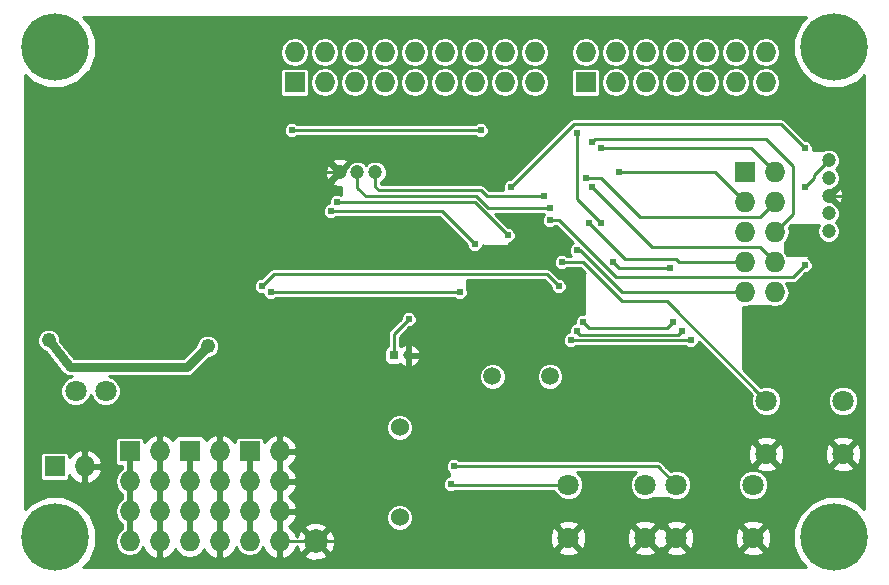
<source format=gbl>
G04 #@! TF.FileFunction,Copper,L2,Bot,Signal*
%FSLAX46Y46*%
G04 Gerber Fmt 4.6, Leading zero omitted, Abs format (unit mm)*
G04 Created by KiCad (PCBNEW 4.0.2-4+6225~38~ubuntu14.04.1-stable) date 2016年05月02日 21時32分02秒*
%MOMM*%
G01*
G04 APERTURE LIST*
%ADD10C,0.101600*%
%ADD11C,1.501140*%
%ADD12R,0.800000X0.800000*%
%ADD13O,0.800000X0.800000*%
%ADD14C,1.524000*%
%ADD15C,1.800000*%
%ADD16C,1.998980*%
%ADD17R,1.727200X1.727200*%
%ADD18O,1.727200X1.727200*%
%ADD19C,5.700000*%
%ADD20C,1.200000*%
%ADD21C,1.219200*%
%ADD22C,0.609600*%
%ADD23C,0.762000*%
%ADD24C,0.508000*%
%ADD25C,0.254000*%
G04 APERTURE END LIST*
D10*
D11*
X87856060Y-78232000D03*
X92737940Y-78232000D03*
D12*
X79502000Y-76454000D03*
D13*
X80752000Y-76454000D03*
D14*
X80010000Y-90160000D03*
X80010000Y-82560000D03*
D15*
X52578000Y-79502000D03*
X55118000Y-79502000D03*
X94286000Y-91912000D03*
X100786000Y-91912000D03*
X94286000Y-87412000D03*
X100786000Y-87412000D03*
X103430000Y-91912000D03*
X109930000Y-91912000D03*
X103430000Y-87412000D03*
X109930000Y-87412000D03*
X111050000Y-84800000D03*
X117550000Y-84800000D03*
X111050000Y-80300000D03*
X117550000Y-80300000D03*
D16*
X72898000Y-92202000D03*
D17*
X109220000Y-60960000D03*
D18*
X111760000Y-60960000D03*
X109220000Y-63500000D03*
X111760000Y-63500000D03*
X109220000Y-66040000D03*
X111760000Y-66040000D03*
X109220000Y-68580000D03*
X111760000Y-68580000D03*
X109220000Y-71120000D03*
X111760000Y-71120000D03*
D17*
X57150000Y-84582000D03*
D18*
X59690000Y-84582000D03*
X57150000Y-87122000D03*
X59690000Y-87122000D03*
X57150000Y-89662000D03*
X59690000Y-89662000D03*
X57150000Y-92202000D03*
X59690000Y-92202000D03*
D17*
X62230000Y-84582000D03*
D18*
X64770000Y-84582000D03*
X62230000Y-87122000D03*
X64770000Y-87122000D03*
X62230000Y-89662000D03*
X64770000Y-89662000D03*
X62230000Y-92202000D03*
X64770000Y-92202000D03*
D17*
X67310000Y-84582000D03*
D18*
X69850000Y-84582000D03*
X67310000Y-87122000D03*
X69850000Y-87122000D03*
X67310000Y-89662000D03*
X69850000Y-89662000D03*
X67310000Y-92202000D03*
X69850000Y-92202000D03*
D17*
X71120000Y-53340000D03*
D18*
X71120000Y-50800000D03*
X73660000Y-53340000D03*
X73660000Y-50800000D03*
X76200000Y-53340000D03*
X76200000Y-50800000D03*
X78740000Y-53340000D03*
X78740000Y-50800000D03*
X81280000Y-53340000D03*
X81280000Y-50800000D03*
X83820000Y-53340000D03*
X83820000Y-50800000D03*
X86360000Y-53340000D03*
X86360000Y-50800000D03*
X88900000Y-53340000D03*
X88900000Y-50800000D03*
X91440000Y-53340000D03*
X91440000Y-50800000D03*
D17*
X95758000Y-53340000D03*
D18*
X95758000Y-50800000D03*
X98298000Y-53340000D03*
X98298000Y-50800000D03*
X100838000Y-53340000D03*
X100838000Y-50800000D03*
X103378000Y-53340000D03*
X103378000Y-50800000D03*
X105918000Y-53340000D03*
X105918000Y-50800000D03*
X108458000Y-53340000D03*
X108458000Y-50800000D03*
X110998000Y-53340000D03*
X110998000Y-50800000D03*
D17*
X50800000Y-85852000D03*
D18*
X53340000Y-85852000D03*
D19*
X50820000Y-91870000D03*
X116820000Y-91870000D03*
X116820000Y-50370000D03*
X50820000Y-50370000D03*
D20*
X116332000Y-59944000D03*
X116332000Y-61444000D03*
X116332000Y-62944000D03*
X116332000Y-64444000D03*
X116332000Y-65944000D03*
X74930000Y-60960000D03*
X76430000Y-60960000D03*
X77930000Y-60960000D03*
D21*
X63754000Y-75692000D03*
X50292000Y-75184000D03*
D22*
X85598000Y-92202000D03*
X66802000Y-61468000D03*
X118618000Y-57658000D03*
X118618000Y-69342000D03*
X98298000Y-77470000D03*
X84328000Y-80010000D03*
X84328000Y-77216000D03*
X85090000Y-82550000D03*
X83820000Y-56642000D03*
X94742000Y-81788000D03*
X106680000Y-80518000D03*
X113792000Y-56896000D03*
X89916000Y-88138000D03*
X50800000Y-55880000D03*
X92710000Y-67564000D03*
X90678000Y-70358000D03*
X75946000Y-66294000D03*
X70358000Y-73660000D03*
X55372000Y-88392000D03*
X54356000Y-83820000D03*
X115316000Y-54356000D03*
X102743000Y-77978000D03*
X69088000Y-50038000D03*
X64516000Y-50038000D03*
X60706000Y-50292000D03*
X102743000Y-82296000D03*
X113030000Y-67310000D03*
X115824000Y-69850000D03*
X115824000Y-74676000D03*
X86868000Y-58674000D03*
X75438000Y-84582000D03*
X81788000Y-88392000D03*
X89662000Y-64770000D03*
X109982000Y-77470000D03*
X74930000Y-76454000D03*
X95222000Y-70104000D03*
X93726000Y-85090000D03*
X58420000Y-54610000D03*
X69088000Y-57277000D03*
D21*
X56134000Y-75692000D03*
D22*
X67310000Y-75692000D03*
X68072000Y-67310000D03*
X69088000Y-54610000D03*
X90678000Y-68326000D03*
X70866000Y-78486000D03*
X53340000Y-55626000D03*
X54864000Y-49784000D03*
X52070000Y-66040000D03*
X99314000Y-80772000D03*
X64770000Y-82804000D03*
X90424000Y-83312000D03*
X118618000Y-74676000D03*
X53340000Y-60452000D03*
X70104000Y-66040000D03*
X72390000Y-75692000D03*
X71374000Y-67310000D03*
X80010000Y-67310000D03*
X82042000Y-72390000D03*
X74930000Y-72390000D03*
X90170000Y-59182000D03*
X110490000Y-74676000D03*
X96266000Y-56134000D03*
X60198000Y-60198000D03*
X114300000Y-62230000D03*
X70866000Y-57404000D03*
X86868000Y-57404000D03*
X85090000Y-71120000D03*
X69088000Y-71120000D03*
X102870000Y-69088000D03*
X98044000Y-68580000D03*
X98552000Y-60960000D03*
X93726000Y-68580000D03*
X80772000Y-73406000D03*
X89408000Y-62230000D03*
X114300000Y-58928000D03*
X114300000Y-68834000D03*
X92710000Y-65024000D03*
X92710000Y-64008000D03*
X92202000Y-62992000D03*
X97028000Y-58928000D03*
X95758000Y-61468000D03*
X96266000Y-58420000D03*
X96012000Y-65278000D03*
X96266000Y-62230000D03*
X94996000Y-67564000D03*
X104648000Y-75184000D03*
X94488000Y-75184000D03*
X74168000Y-64262000D03*
X86360000Y-67056000D03*
X74676000Y-63500000D03*
X89154000Y-66294000D03*
X94996000Y-57658000D03*
X97028000Y-65278000D03*
X95504000Y-73660000D03*
X103124000Y-73660000D03*
X103886000Y-74422000D03*
X94996000Y-74422000D03*
X68326000Y-70612000D03*
X93472000Y-70612000D03*
X84328000Y-87376000D03*
X84582000Y-85852000D03*
D23*
X63754000Y-75692000D02*
X61976000Y-77470000D01*
D24*
X57150000Y-84582000D02*
X57150000Y-87122000D01*
X57150000Y-87122000D02*
X57150000Y-89662000D01*
X57150000Y-89662000D02*
X57150000Y-92202000D01*
D23*
X52070000Y-77470000D02*
X50292000Y-75184000D01*
X61976000Y-77470000D02*
X52070000Y-77470000D01*
D25*
X85598000Y-92202000D02*
X83820000Y-90424000D01*
X72898000Y-92202000D02*
X85598000Y-92202000D01*
X74930000Y-60960000D02*
X67310000Y-60960000D01*
X67310000Y-60960000D02*
X66802000Y-61468000D01*
X118618000Y-57658000D02*
X117094000Y-56134000D01*
X116380000Y-62992000D02*
X118110000Y-62992000D01*
X118618000Y-63500000D02*
X118110000Y-62992000D01*
X118618000Y-69342000D02*
X118618000Y-63500000D01*
X118618000Y-69342000D02*
X118618000Y-71882000D01*
X85090000Y-84582000D02*
X85090000Y-82550000D01*
X113792000Y-56134000D02*
X113792000Y-56896000D01*
X89916000Y-90424000D02*
X89916000Y-88138000D01*
X90678000Y-68326000D02*
X91948000Y-68326000D01*
X91948000Y-68326000D02*
X92710000Y-67564000D01*
X75946000Y-67310000D02*
X75946000Y-66294000D01*
X117094000Y-56134000D02*
X115316000Y-54356000D01*
X118618000Y-74676000D02*
X118618000Y-71882000D01*
X69088000Y-50038000D02*
X69088000Y-54610000D01*
X60960000Y-50038000D02*
X64516000Y-50038000D01*
X60706000Y-50292000D02*
X60960000Y-50038000D01*
X113030000Y-67310000D02*
X115062000Y-67310000D01*
X115824000Y-74676000D02*
X118618000Y-71882000D01*
X115824000Y-69850000D02*
X115824000Y-74676000D01*
X115824000Y-68072000D02*
X115824000Y-69850000D01*
X115062000Y-67310000D02*
X115824000Y-68072000D01*
X114300000Y-87542000D02*
X113792000Y-87542000D01*
X113792000Y-87542000D02*
X111050000Y-84800000D01*
X114300000Y-87542000D02*
X114808000Y-87542000D01*
X114808000Y-87542000D02*
X117550000Y-84800000D01*
X95758000Y-90424000D02*
X89916000Y-90424000D01*
X89916000Y-90424000D02*
X83820000Y-90424000D01*
X83820000Y-90424000D02*
X81788000Y-88392000D01*
X85090000Y-84582000D02*
X75438000Y-84582000D01*
X90424000Y-83312000D02*
X89154000Y-84582000D01*
X89154000Y-84582000D02*
X85090000Y-84582000D01*
X99298000Y-90424000D02*
X104918000Y-90424000D01*
X94286000Y-91912000D02*
X94286000Y-91896000D01*
X94286000Y-91896000D02*
X95758000Y-90424000D01*
X95758000Y-90424000D02*
X99298000Y-90424000D01*
X99298000Y-90424000D02*
X100786000Y-91912000D01*
X109930000Y-91912000D02*
X109930000Y-91896000D01*
X109930000Y-91896000D02*
X108458000Y-90424000D01*
X108458000Y-90424000D02*
X104918000Y-90424000D01*
X104918000Y-90424000D02*
X103430000Y-91912000D01*
X90678000Y-68326000D02*
X90678000Y-65786000D01*
X90678000Y-65786000D02*
X89662000Y-64770000D01*
X110490000Y-74676000D02*
X110490000Y-76962000D01*
X110490000Y-76962000D02*
X109982000Y-77470000D01*
X82042000Y-74168000D02*
X93218000Y-74168000D01*
X95222000Y-72164000D02*
X95222000Y-70104000D01*
X93218000Y-74168000D02*
X95222000Y-72164000D01*
X93726000Y-83312000D02*
X93726000Y-85090000D01*
X57150000Y-74676000D02*
X65024000Y-74676000D01*
X65024000Y-74676000D02*
X65532000Y-75184000D01*
X56134000Y-75692000D02*
X57150000Y-74676000D01*
X57150000Y-66040000D02*
X57150000Y-61722000D01*
X65532000Y-78994000D02*
X67310000Y-77216000D01*
X67310000Y-77216000D02*
X67310000Y-75692000D01*
X65532000Y-78994000D02*
X65532000Y-75184000D01*
X83566000Y-56134000D02*
X70612000Y-56134000D01*
X70612000Y-56134000D02*
X69088000Y-54610000D01*
X80010000Y-67310000D02*
X80010000Y-67818000D01*
X80518000Y-68326000D02*
X80010000Y-67818000D01*
X80518000Y-68326000D02*
X90678000Y-68326000D01*
X64770000Y-82804000D02*
X69850000Y-82804000D01*
X70866000Y-78486000D02*
X69850000Y-79502000D01*
X69850000Y-79502000D02*
X69850000Y-82804000D01*
X69850000Y-82804000D02*
X69850000Y-84582000D01*
X53340000Y-55626000D02*
X54864000Y-54102000D01*
X54864000Y-54102000D02*
X54864000Y-49784000D01*
X52070000Y-66040000D02*
X57150000Y-66040000D01*
X90424000Y-83312000D02*
X93726000Y-83312000D01*
X93726000Y-83312000D02*
X96774000Y-83312000D01*
X96774000Y-83312000D02*
X99314000Y-80772000D01*
X59690000Y-84582000D02*
X59690000Y-82804000D01*
X69850000Y-83058000D02*
X69850000Y-84582000D01*
X64770000Y-82804000D02*
X59690000Y-82804000D01*
X59690000Y-82804000D02*
X55372000Y-82804000D01*
X64770000Y-84582000D02*
X64770000Y-82804000D01*
X114300000Y-78994000D02*
X114300000Y-87542000D01*
X114300000Y-87542000D02*
X109930000Y-91912000D01*
X118618000Y-74676000D02*
X114300000Y-78994000D01*
X69850000Y-84582000D02*
X69850000Y-87122000D01*
X69850000Y-87122000D02*
X69850000Y-89662000D01*
X69850000Y-89662000D02*
X69850000Y-92202000D01*
X64770000Y-84582000D02*
X64770000Y-87122000D01*
X64770000Y-87122000D02*
X64770000Y-89662000D01*
X64770000Y-89662000D02*
X64770000Y-92202000D01*
X59690000Y-92202000D02*
X59690000Y-89662000D01*
X59690000Y-89662000D02*
X59690000Y-87122000D01*
X59690000Y-87122000D02*
X59690000Y-84582000D01*
X69850000Y-92202000D02*
X72898000Y-92202000D01*
X54356000Y-83820000D02*
X55372000Y-82804000D01*
X55372000Y-82804000D02*
X59182000Y-78994000D01*
X59182000Y-78994000D02*
X65532000Y-78994000D01*
X54610000Y-61722000D02*
X57150000Y-61722000D01*
X53340000Y-60452000D02*
X54610000Y-61722000D01*
X71374000Y-67310000D02*
X70104000Y-66040000D01*
X74930000Y-75692000D02*
X72390000Y-75692000D01*
X80010000Y-67310000D02*
X75946000Y-67310000D01*
X75946000Y-67310000D02*
X71374000Y-67310000D01*
X71374000Y-67310000D02*
X68072000Y-67310000D01*
X82042000Y-75946000D02*
X81534000Y-76454000D01*
X81534000Y-76454000D02*
X80752000Y-76454000D01*
X82042000Y-72390000D02*
X82042000Y-74168000D01*
X82042000Y-74168000D02*
X82042000Y-75946000D01*
X74930000Y-76454000D02*
X74930000Y-75692000D01*
X74930000Y-75692000D02*
X74930000Y-72390000D01*
X74930000Y-76454000D02*
X76454000Y-77978000D01*
X76454000Y-77978000D02*
X80010000Y-77978000D01*
X80010000Y-77978000D02*
X80752000Y-77236000D01*
X80752000Y-76454000D02*
X80752000Y-77236000D01*
X80772000Y-76454000D02*
X80752000Y-76454000D01*
X90170000Y-59182000D02*
X89662000Y-58674000D01*
X86868000Y-58674000D02*
X89408000Y-56134000D01*
X89662000Y-58674000D02*
X86868000Y-58674000D01*
X110490000Y-74676000D02*
X115824000Y-74676000D01*
X96266000Y-56134000D02*
X113792000Y-56134000D01*
X113792000Y-56134000D02*
X117094000Y-56134000D01*
X96266000Y-56134000D02*
X89408000Y-56134000D01*
X89408000Y-56134000D02*
X83566000Y-56134000D01*
X57150000Y-74676000D02*
X57150000Y-66040000D01*
X58674000Y-60198000D02*
X60198000Y-60198000D01*
X57150000Y-61722000D02*
X58674000Y-60198000D01*
X68072000Y-62738000D02*
X68072000Y-67310000D01*
X65532000Y-60198000D02*
X66802000Y-61468000D01*
X66802000Y-61468000D02*
X68072000Y-62738000D01*
X60198000Y-60198000D02*
X65532000Y-60198000D01*
D24*
X62230000Y-84582000D02*
X62230000Y-87122000D01*
X62230000Y-87122000D02*
X62230000Y-89662000D01*
X62230000Y-89662000D02*
X62230000Y-92202000D01*
D25*
X116332000Y-59944000D02*
X115062000Y-61214000D01*
X115062000Y-61468000D02*
X115062000Y-61214000D01*
X115062000Y-61468000D02*
X114300000Y-62230000D01*
X86862000Y-57398000D02*
X70866000Y-57404000D01*
X86868000Y-57404000D02*
X86862000Y-57398000D01*
X69088000Y-71120000D02*
X85090000Y-71120000D01*
X98552000Y-69088000D02*
X102870000Y-69088000D01*
X98044000Y-68580000D02*
X98552000Y-69088000D01*
D24*
X67310000Y-92202000D02*
X67310000Y-89662000D01*
X67310000Y-89662000D02*
X67310000Y-87122000D01*
X67310000Y-87122000D02*
X67310000Y-84582000D01*
D25*
X98552000Y-60960000D02*
X106680000Y-60960000D01*
X106680000Y-60960000D02*
X109220000Y-63500000D01*
X98806000Y-71882000D02*
X95504000Y-68580000D01*
X111050000Y-80300000D02*
X102632000Y-71882000D01*
X102632000Y-71882000D02*
X98806000Y-71882000D01*
X93726000Y-68580000D02*
X95504000Y-68580000D01*
X117348000Y-80098000D02*
X117550000Y-80300000D01*
X79502000Y-74676000D02*
X79502000Y-76454000D01*
X80772000Y-73406000D02*
X79502000Y-74676000D01*
X112268000Y-56896000D02*
X114300000Y-58928000D01*
X112268000Y-56896000D02*
X94742000Y-56896000D01*
X89408000Y-62230000D02*
X94742000Y-56896000D01*
X114300000Y-68834000D02*
X113284000Y-69850000D01*
X113284000Y-69850000D02*
X98298000Y-69850000D01*
X98298000Y-69850000D02*
X93472000Y-65024000D01*
X93472000Y-65024000D02*
X92710000Y-65024000D01*
X86498582Y-62992000D02*
X77165202Y-62992000D01*
X77165202Y-62992000D02*
X76434000Y-62260798D01*
X76434000Y-61214000D02*
X76434000Y-62260798D01*
X87514582Y-64008000D02*
X92710000Y-64008000D01*
X86498582Y-62992000D02*
X87514582Y-64008000D01*
X87376000Y-62992000D02*
X92202000Y-62992000D01*
X86868000Y-62484000D02*
X87376000Y-62992000D01*
X78232000Y-62484000D02*
X86868000Y-62484000D01*
X77938000Y-62190000D02*
X78232000Y-62484000D01*
X77938000Y-62190000D02*
X77938000Y-61214000D01*
X97028000Y-58928000D02*
X109728000Y-58928000D01*
X109728000Y-58928000D02*
X111760000Y-60960000D01*
X111760000Y-63500000D02*
X110490000Y-64770000D01*
X97028000Y-61468000D02*
X95758000Y-61468000D01*
X100330000Y-64770000D02*
X97028000Y-61468000D01*
X110490000Y-64770000D02*
X100330000Y-64770000D01*
X113284000Y-64516000D02*
X111760000Y-66040000D01*
X113284000Y-60452000D02*
X113284000Y-64516000D01*
X110998000Y-58166000D02*
X113284000Y-60452000D01*
X96520000Y-58166000D02*
X110998000Y-58166000D01*
X96266000Y-58420000D02*
X96520000Y-58166000D01*
X99060000Y-68326000D02*
X96012000Y-65278000D01*
X103632000Y-68580000D02*
X109220000Y-68580000D01*
X103378000Y-68326000D02*
X99060000Y-68326000D01*
X103632000Y-68580000D02*
X103378000Y-68326000D01*
X101346000Y-67310000D02*
X110490000Y-67310000D01*
X111760000Y-68580000D02*
X110490000Y-67310000D01*
X101346000Y-67310000D02*
X96266000Y-62230000D01*
X94996000Y-67564000D02*
X95250000Y-67564000D01*
X98806000Y-71120000D02*
X109220000Y-71120000D01*
X95250000Y-67564000D02*
X98806000Y-71120000D01*
X94488000Y-75184000D02*
X104648000Y-75184000D01*
X83566000Y-64262000D02*
X74168000Y-64262000D01*
X86360000Y-67056000D02*
X83566000Y-64262000D01*
X86360000Y-63500000D02*
X74676000Y-63500000D01*
X89154000Y-66294000D02*
X86360000Y-63500000D01*
X94996000Y-63246000D02*
X94996000Y-57658000D01*
X97028000Y-65278000D02*
X94996000Y-63246000D01*
X96012000Y-74168000D02*
X95504000Y-73660000D01*
X96012000Y-74168000D02*
X102616000Y-74168000D01*
X102616000Y-74168000D02*
X103124000Y-73660000D01*
X94996000Y-74472798D02*
X95250000Y-74726798D01*
X103581202Y-74726798D02*
X103886000Y-74422000D01*
X95250000Y-74726798D02*
X103581202Y-74726798D01*
X92456000Y-69596000D02*
X69342000Y-69596000D01*
X93472000Y-70612000D02*
X92456000Y-69596000D01*
X69342000Y-69596000D02*
X68326000Y-70612000D01*
X94286000Y-87412000D02*
X84364000Y-87412000D01*
X84328000Y-87376000D02*
X84364000Y-87412000D01*
X84582000Y-85852000D02*
X101854000Y-85852000D01*
X103414000Y-87412000D02*
X101854000Y-85852000D01*
X103430000Y-87412000D02*
X103414000Y-87412000D01*
G36*
X113874062Y-48397866D02*
X113343605Y-49675348D01*
X113342398Y-51058584D01*
X113870624Y-52336989D01*
X114847866Y-53315938D01*
X116125348Y-53846395D01*
X117508584Y-53847602D01*
X118786989Y-53319376D01*
X119364000Y-52743371D01*
X119364000Y-89496927D01*
X118792134Y-88924062D01*
X117514652Y-88393605D01*
X116131416Y-88392398D01*
X114853011Y-88920624D01*
X113874062Y-89897866D01*
X113343605Y-91175348D01*
X113342398Y-92558584D01*
X113870624Y-93836989D01*
X114446629Y-94414000D01*
X53193073Y-94414000D01*
X53765938Y-93842134D01*
X54296395Y-92564652D01*
X54297602Y-91181416D01*
X53769376Y-89903011D01*
X52792134Y-88924062D01*
X51514652Y-88393605D01*
X50131416Y-88392398D01*
X48853011Y-88920624D01*
X48276000Y-89496629D01*
X48276000Y-84988400D01*
X49547936Y-84988400D01*
X49547936Y-86715600D01*
X49574503Y-86856790D01*
X49657946Y-86986465D01*
X49785266Y-87073459D01*
X49936400Y-87104064D01*
X51663600Y-87104064D01*
X51804790Y-87077497D01*
X51934465Y-86994054D01*
X52021459Y-86866734D01*
X52052064Y-86715600D01*
X52052064Y-86614276D01*
X52057312Y-86626947D01*
X52451510Y-87058821D01*
X52980973Y-87306968D01*
X53213000Y-87186469D01*
X53213000Y-85979000D01*
X53467000Y-85979000D01*
X53467000Y-87186469D01*
X53699027Y-87306968D01*
X54093687Y-87122000D01*
X55881017Y-87122000D01*
X55975757Y-87598288D01*
X56245552Y-88002065D01*
X56515000Y-88182104D01*
X56515000Y-88601896D01*
X56245552Y-88781935D01*
X55975757Y-89185712D01*
X55881017Y-89662000D01*
X55975757Y-90138288D01*
X56245552Y-90542065D01*
X56515000Y-90722104D01*
X56515000Y-91141896D01*
X56245552Y-91321935D01*
X55975757Y-91725712D01*
X55881017Y-92202000D01*
X55975757Y-92678288D01*
X56245552Y-93082065D01*
X56649329Y-93351860D01*
X57125617Y-93446600D01*
X57174383Y-93446600D01*
X57650671Y-93351860D01*
X58054448Y-93082065D01*
X58299159Y-92715828D01*
X58407312Y-92976947D01*
X58801510Y-93408821D01*
X59330973Y-93656968D01*
X59563000Y-93536469D01*
X59563000Y-92329000D01*
X59543000Y-92329000D01*
X59543000Y-92075000D01*
X59563000Y-92075000D01*
X59563000Y-89789000D01*
X59543000Y-89789000D01*
X59543000Y-89535000D01*
X59563000Y-89535000D01*
X59563000Y-87249000D01*
X59543000Y-87249000D01*
X59543000Y-86995000D01*
X59563000Y-86995000D01*
X59563000Y-84709000D01*
X59543000Y-84709000D01*
X59543000Y-84455000D01*
X59563000Y-84455000D01*
X59563000Y-83247531D01*
X59817000Y-83247531D01*
X59817000Y-84455000D01*
X59837000Y-84455000D01*
X59837000Y-84709000D01*
X59817000Y-84709000D01*
X59817000Y-86995000D01*
X59837000Y-86995000D01*
X59837000Y-87249000D01*
X59817000Y-87249000D01*
X59817000Y-89535000D01*
X59837000Y-89535000D01*
X59837000Y-89789000D01*
X59817000Y-89789000D01*
X59817000Y-92075000D01*
X59837000Y-92075000D01*
X59837000Y-92329000D01*
X59817000Y-92329000D01*
X59817000Y-93536469D01*
X60049027Y-93656968D01*
X60578490Y-93408821D01*
X60972688Y-92976947D01*
X61010906Y-92884675D01*
X61214803Y-93189828D01*
X61668022Y-93492660D01*
X62202631Y-93599000D01*
X62257369Y-93599000D01*
X62791978Y-93492660D01*
X63245197Y-93189828D01*
X63449094Y-92884675D01*
X63487312Y-92976947D01*
X63881510Y-93408821D01*
X64410973Y-93656968D01*
X64643000Y-93536469D01*
X64643000Y-92329000D01*
X64623000Y-92329000D01*
X64623000Y-92075000D01*
X64643000Y-92075000D01*
X64643000Y-89789000D01*
X64623000Y-89789000D01*
X64623000Y-89535000D01*
X64643000Y-89535000D01*
X64643000Y-87249000D01*
X64623000Y-87249000D01*
X64623000Y-86995000D01*
X64643000Y-86995000D01*
X64643000Y-84709000D01*
X64623000Y-84709000D01*
X64623000Y-84455000D01*
X64643000Y-84455000D01*
X64643000Y-83247531D01*
X64897000Y-83247531D01*
X64897000Y-84455000D01*
X64917000Y-84455000D01*
X64917000Y-84709000D01*
X64897000Y-84709000D01*
X64897000Y-86995000D01*
X64917000Y-86995000D01*
X64917000Y-87249000D01*
X64897000Y-87249000D01*
X64897000Y-89535000D01*
X64917000Y-89535000D01*
X64917000Y-89789000D01*
X64897000Y-89789000D01*
X64897000Y-92075000D01*
X64917000Y-92075000D01*
X64917000Y-92329000D01*
X64897000Y-92329000D01*
X64897000Y-93536469D01*
X65129027Y-93656968D01*
X65658490Y-93408821D01*
X66052688Y-92976947D01*
X66160841Y-92715828D01*
X66405552Y-93082065D01*
X66809329Y-93351860D01*
X67285617Y-93446600D01*
X67334383Y-93446600D01*
X67810671Y-93351860D01*
X68214448Y-93082065D01*
X68459159Y-92715828D01*
X68567312Y-92976947D01*
X68961510Y-93408821D01*
X69490973Y-93656968D01*
X69723000Y-93536469D01*
X69723000Y-92329000D01*
X69703000Y-92329000D01*
X69703000Y-92075000D01*
X69723000Y-92075000D01*
X69723000Y-89789000D01*
X69977000Y-89789000D01*
X69977000Y-92075000D01*
X69997000Y-92075000D01*
X69997000Y-92329000D01*
X69977000Y-92329000D01*
X69977000Y-93536469D01*
X70209027Y-93656968D01*
X70738490Y-93408821D01*
X70788379Y-93354163D01*
X71925443Y-93354163D01*
X72024042Y-93620965D01*
X72633582Y-93847401D01*
X73283377Y-93823341D01*
X73771958Y-93620965D01*
X73870557Y-93354163D01*
X72898000Y-92381605D01*
X71925443Y-93354163D01*
X70788379Y-93354163D01*
X71132688Y-92976947D01*
X71285352Y-92608363D01*
X71479035Y-93075958D01*
X71745837Y-93174557D01*
X72718395Y-92202000D01*
X73077605Y-92202000D01*
X74050163Y-93174557D01*
X74316965Y-93075958D01*
X74348095Y-92992159D01*
X93385446Y-92992159D01*
X93471852Y-93248643D01*
X94045336Y-93458458D01*
X94655460Y-93432839D01*
X95100148Y-93248643D01*
X95186554Y-92992159D01*
X99885446Y-92992159D01*
X99971852Y-93248643D01*
X100545336Y-93458458D01*
X101155460Y-93432839D01*
X101600148Y-93248643D01*
X101686554Y-92992159D01*
X102529446Y-92992159D01*
X102615852Y-93248643D01*
X103189336Y-93458458D01*
X103799460Y-93432839D01*
X104244148Y-93248643D01*
X104330554Y-92992159D01*
X109029446Y-92992159D01*
X109115852Y-93248643D01*
X109689336Y-93458458D01*
X110299460Y-93432839D01*
X110744148Y-93248643D01*
X110830554Y-92992159D01*
X109930000Y-92091605D01*
X109029446Y-92992159D01*
X104330554Y-92992159D01*
X103430000Y-92091605D01*
X102529446Y-92992159D01*
X101686554Y-92992159D01*
X100786000Y-92091605D01*
X99885446Y-92992159D01*
X95186554Y-92992159D01*
X94286000Y-92091605D01*
X93385446Y-92992159D01*
X74348095Y-92992159D01*
X74543401Y-92466418D01*
X74519341Y-91816623D01*
X74459162Y-91671336D01*
X92739542Y-91671336D01*
X92765161Y-92281460D01*
X92949357Y-92726148D01*
X93205841Y-92812554D01*
X94106395Y-91912000D01*
X94465605Y-91912000D01*
X95366159Y-92812554D01*
X95622643Y-92726148D01*
X95832458Y-92152664D01*
X95812248Y-91671336D01*
X99239542Y-91671336D01*
X99265161Y-92281460D01*
X99449357Y-92726148D01*
X99705841Y-92812554D01*
X100606395Y-91912000D01*
X100965605Y-91912000D01*
X101866159Y-92812554D01*
X102108000Y-92731081D01*
X102349841Y-92812554D01*
X103250395Y-91912000D01*
X103609605Y-91912000D01*
X104510159Y-92812554D01*
X104766643Y-92726148D01*
X104976458Y-92152664D01*
X104956248Y-91671336D01*
X108383542Y-91671336D01*
X108409161Y-92281460D01*
X108593357Y-92726148D01*
X108849841Y-92812554D01*
X109750395Y-91912000D01*
X110109605Y-91912000D01*
X111010159Y-92812554D01*
X111266643Y-92726148D01*
X111476458Y-92152664D01*
X111450839Y-91542540D01*
X111266643Y-91097852D01*
X111010159Y-91011446D01*
X110109605Y-91912000D01*
X109750395Y-91912000D01*
X108849841Y-91011446D01*
X108593357Y-91097852D01*
X108383542Y-91671336D01*
X104956248Y-91671336D01*
X104950839Y-91542540D01*
X104766643Y-91097852D01*
X104510159Y-91011446D01*
X103609605Y-91912000D01*
X103250395Y-91912000D01*
X102349841Y-91011446D01*
X102108000Y-91092919D01*
X101866159Y-91011446D01*
X100965605Y-91912000D01*
X100606395Y-91912000D01*
X99705841Y-91011446D01*
X99449357Y-91097852D01*
X99239542Y-91671336D01*
X95812248Y-91671336D01*
X95806839Y-91542540D01*
X95622643Y-91097852D01*
X95366159Y-91011446D01*
X94465605Y-91912000D01*
X94106395Y-91912000D01*
X93205841Y-91011446D01*
X92949357Y-91097852D01*
X92739542Y-91671336D01*
X74459162Y-91671336D01*
X74316965Y-91328042D01*
X74050163Y-91229443D01*
X73077605Y-92202000D01*
X72718395Y-92202000D01*
X71745837Y-91229443D01*
X71479035Y-91328042D01*
X71295884Y-91821065D01*
X71132688Y-91427053D01*
X70788380Y-91049837D01*
X71925443Y-91049837D01*
X72898000Y-92022395D01*
X73870557Y-91049837D01*
X73771958Y-90783035D01*
X73162418Y-90556599D01*
X72512623Y-90580659D01*
X72024042Y-90783035D01*
X71925443Y-91049837D01*
X70788380Y-91049837D01*
X70738490Y-90995179D01*
X70603687Y-90932000D01*
X70738490Y-90868821D01*
X71132688Y-90436947D01*
X71153641Y-90386359D01*
X78866802Y-90386359D01*
X79040446Y-90806612D01*
X79361697Y-91128423D01*
X79781646Y-91302801D01*
X80236359Y-91303198D01*
X80656612Y-91129554D01*
X80954843Y-90831841D01*
X93385446Y-90831841D01*
X94286000Y-91732395D01*
X95186554Y-90831841D01*
X99885446Y-90831841D01*
X100786000Y-91732395D01*
X101686554Y-90831841D01*
X102529446Y-90831841D01*
X103430000Y-91732395D01*
X104330554Y-90831841D01*
X109029446Y-90831841D01*
X109930000Y-91732395D01*
X110830554Y-90831841D01*
X110744148Y-90575357D01*
X110170664Y-90365542D01*
X109560540Y-90391161D01*
X109115852Y-90575357D01*
X109029446Y-90831841D01*
X104330554Y-90831841D01*
X104244148Y-90575357D01*
X103670664Y-90365542D01*
X103060540Y-90391161D01*
X102615852Y-90575357D01*
X102529446Y-90831841D01*
X101686554Y-90831841D01*
X101600148Y-90575357D01*
X101026664Y-90365542D01*
X100416540Y-90391161D01*
X99971852Y-90575357D01*
X99885446Y-90831841D01*
X95186554Y-90831841D01*
X95100148Y-90575357D01*
X94526664Y-90365542D01*
X93916540Y-90391161D01*
X93471852Y-90575357D01*
X93385446Y-90831841D01*
X80954843Y-90831841D01*
X80978423Y-90808303D01*
X81152801Y-90388354D01*
X81153198Y-89933641D01*
X80979554Y-89513388D01*
X80658303Y-89191577D01*
X80238354Y-89017199D01*
X79783641Y-89016802D01*
X79363388Y-89190446D01*
X79041577Y-89511697D01*
X78867199Y-89931646D01*
X78866802Y-90386359D01*
X71153641Y-90386359D01*
X71304958Y-90021026D01*
X71183817Y-89789000D01*
X69977000Y-89789000D01*
X69723000Y-89789000D01*
X69703000Y-89789000D01*
X69703000Y-89535000D01*
X69723000Y-89535000D01*
X69723000Y-87249000D01*
X69977000Y-87249000D01*
X69977000Y-89535000D01*
X71183817Y-89535000D01*
X71304958Y-89302974D01*
X71132688Y-88887053D01*
X70738490Y-88455179D01*
X70603687Y-88392000D01*
X70738490Y-88328821D01*
X71132688Y-87896947D01*
X71292205Y-87511816D01*
X83642081Y-87511816D01*
X83746268Y-87763967D01*
X83939018Y-87957054D01*
X84190987Y-88061681D01*
X84463816Y-88061919D01*
X84715967Y-87957732D01*
X84753765Y-87920000D01*
X93109857Y-87920000D01*
X93199388Y-88136680D01*
X93559425Y-88497345D01*
X94030076Y-88692777D01*
X94539689Y-88693222D01*
X95010680Y-88498612D01*
X95371345Y-88138575D01*
X95566777Y-87667924D01*
X95567222Y-87158311D01*
X95372612Y-86687320D01*
X95045862Y-86360000D01*
X100026648Y-86360000D01*
X99700655Y-86685425D01*
X99505223Y-87156076D01*
X99504778Y-87665689D01*
X99699388Y-88136680D01*
X100059425Y-88497345D01*
X100530076Y-88692777D01*
X101039689Y-88693222D01*
X101461337Y-88519000D01*
X102755576Y-88519000D01*
X103174076Y-88692777D01*
X103683689Y-88693222D01*
X104154680Y-88498612D01*
X104515345Y-88138575D01*
X104710777Y-87667924D01*
X104710778Y-87665689D01*
X108648778Y-87665689D01*
X108843388Y-88136680D01*
X109203425Y-88497345D01*
X109674076Y-88692777D01*
X110183689Y-88693222D01*
X110654680Y-88498612D01*
X111015345Y-88138575D01*
X111210777Y-87667924D01*
X111211222Y-87158311D01*
X111016612Y-86687320D01*
X110656575Y-86326655D01*
X110185924Y-86131223D01*
X109676311Y-86130778D01*
X109205320Y-86325388D01*
X108844655Y-86685425D01*
X108649223Y-87156076D01*
X108648778Y-87665689D01*
X104710778Y-87665689D01*
X104711222Y-87158311D01*
X104516612Y-86687320D01*
X104156575Y-86326655D01*
X103685924Y-86131223D01*
X103176311Y-86130778D01*
X102946255Y-86225835D01*
X102600579Y-85880159D01*
X110149446Y-85880159D01*
X110235852Y-86136643D01*
X110809336Y-86346458D01*
X111419460Y-86320839D01*
X111864148Y-86136643D01*
X111950554Y-85880159D01*
X116649446Y-85880159D01*
X116735852Y-86136643D01*
X117309336Y-86346458D01*
X117919460Y-86320839D01*
X118364148Y-86136643D01*
X118450554Y-85880159D01*
X117550000Y-84979605D01*
X116649446Y-85880159D01*
X111950554Y-85880159D01*
X111050000Y-84979605D01*
X110149446Y-85880159D01*
X102600579Y-85880159D01*
X102213210Y-85492790D01*
X102048403Y-85382669D01*
X101854000Y-85344000D01*
X85043908Y-85344000D01*
X84970982Y-85270946D01*
X84719013Y-85166319D01*
X84446184Y-85166081D01*
X84194033Y-85270268D01*
X84000946Y-85463018D01*
X83896319Y-85714987D01*
X83896081Y-85987816D01*
X84000268Y-86239967D01*
X84193018Y-86433054D01*
X84201000Y-86436368D01*
X84201000Y-86690089D01*
X84192184Y-86690081D01*
X83940033Y-86794268D01*
X83746946Y-86987018D01*
X83642319Y-87238987D01*
X83642081Y-87511816D01*
X71292205Y-87511816D01*
X71304958Y-87481026D01*
X71183817Y-87249000D01*
X69977000Y-87249000D01*
X69723000Y-87249000D01*
X69703000Y-87249000D01*
X69703000Y-86995000D01*
X69723000Y-86995000D01*
X69723000Y-84709000D01*
X69977000Y-84709000D01*
X69977000Y-86995000D01*
X71183817Y-86995000D01*
X71304958Y-86762974D01*
X71132688Y-86347053D01*
X70738490Y-85915179D01*
X70603687Y-85852000D01*
X70738490Y-85788821D01*
X71132688Y-85356947D01*
X71304958Y-84941026D01*
X71183817Y-84709000D01*
X69977000Y-84709000D01*
X69723000Y-84709000D01*
X69703000Y-84709000D01*
X69703000Y-84559336D01*
X109503542Y-84559336D01*
X109529161Y-85169460D01*
X109713357Y-85614148D01*
X109969841Y-85700554D01*
X110870395Y-84800000D01*
X111229605Y-84800000D01*
X112130159Y-85700554D01*
X112386643Y-85614148D01*
X112596458Y-85040664D01*
X112576248Y-84559336D01*
X116003542Y-84559336D01*
X116029161Y-85169460D01*
X116213357Y-85614148D01*
X116469841Y-85700554D01*
X117370395Y-84800000D01*
X117729605Y-84800000D01*
X118630159Y-85700554D01*
X118886643Y-85614148D01*
X119096458Y-85040664D01*
X119070839Y-84430540D01*
X118886643Y-83985852D01*
X118630159Y-83899446D01*
X117729605Y-84800000D01*
X117370395Y-84800000D01*
X116469841Y-83899446D01*
X116213357Y-83985852D01*
X116003542Y-84559336D01*
X112576248Y-84559336D01*
X112570839Y-84430540D01*
X112386643Y-83985852D01*
X112130159Y-83899446D01*
X111229605Y-84800000D01*
X110870395Y-84800000D01*
X109969841Y-83899446D01*
X109713357Y-83985852D01*
X109503542Y-84559336D01*
X69703000Y-84559336D01*
X69703000Y-84455000D01*
X69723000Y-84455000D01*
X69723000Y-83247531D01*
X69977000Y-83247531D01*
X69977000Y-84455000D01*
X71183817Y-84455000D01*
X71304958Y-84222974D01*
X71132688Y-83807053D01*
X71053085Y-83719841D01*
X110149446Y-83719841D01*
X111050000Y-84620395D01*
X111950554Y-83719841D01*
X116649446Y-83719841D01*
X117550000Y-84620395D01*
X118450554Y-83719841D01*
X118364148Y-83463357D01*
X117790664Y-83253542D01*
X117180540Y-83279161D01*
X116735852Y-83463357D01*
X116649446Y-83719841D01*
X111950554Y-83719841D01*
X111864148Y-83463357D01*
X111290664Y-83253542D01*
X110680540Y-83279161D01*
X110235852Y-83463357D01*
X110149446Y-83719841D01*
X71053085Y-83719841D01*
X70738490Y-83375179D01*
X70209027Y-83127032D01*
X69977000Y-83247531D01*
X69723000Y-83247531D01*
X69490973Y-83127032D01*
X68961510Y-83375179D01*
X68567312Y-83807053D01*
X68562064Y-83819724D01*
X68562064Y-83718400D01*
X68535497Y-83577210D01*
X68452054Y-83447535D01*
X68324734Y-83360541D01*
X68173600Y-83329936D01*
X66446400Y-83329936D01*
X66305210Y-83356503D01*
X66175535Y-83439946D01*
X66088541Y-83567266D01*
X66057936Y-83718400D01*
X66057936Y-83819724D01*
X66052688Y-83807053D01*
X65658490Y-83375179D01*
X65129027Y-83127032D01*
X64897000Y-83247531D01*
X64643000Y-83247531D01*
X64410973Y-83127032D01*
X63881510Y-83375179D01*
X63625619Y-83655527D01*
X63600256Y-83520734D01*
X63483435Y-83339190D01*
X63305188Y-83217399D01*
X63093600Y-83174551D01*
X61366400Y-83174551D01*
X61168734Y-83211744D01*
X60987190Y-83328565D01*
X60865399Y-83506812D01*
X60835119Y-83656336D01*
X60578490Y-83375179D01*
X60049027Y-83127032D01*
X59817000Y-83247531D01*
X59563000Y-83247531D01*
X59330973Y-83127032D01*
X58801510Y-83375179D01*
X58407312Y-83807053D01*
X58402064Y-83819724D01*
X58402064Y-83718400D01*
X58375497Y-83577210D01*
X58292054Y-83447535D01*
X58164734Y-83360541D01*
X58013600Y-83329936D01*
X56286400Y-83329936D01*
X56145210Y-83356503D01*
X56015535Y-83439946D01*
X55928541Y-83567266D01*
X55897936Y-83718400D01*
X55897936Y-85445600D01*
X55924503Y-85586790D01*
X56007946Y-85716465D01*
X56135266Y-85803459D01*
X56286400Y-85834064D01*
X56515000Y-85834064D01*
X56515000Y-86061896D01*
X56245552Y-86241935D01*
X55975757Y-86645712D01*
X55881017Y-87122000D01*
X54093687Y-87122000D01*
X54228490Y-87058821D01*
X54622688Y-86626947D01*
X54794958Y-86211026D01*
X54673817Y-85979000D01*
X53467000Y-85979000D01*
X53213000Y-85979000D01*
X53193000Y-85979000D01*
X53193000Y-85725000D01*
X53213000Y-85725000D01*
X53213000Y-84517531D01*
X53467000Y-84517531D01*
X53467000Y-85725000D01*
X54673817Y-85725000D01*
X54794958Y-85492974D01*
X54622688Y-85077053D01*
X54228490Y-84645179D01*
X53699027Y-84397032D01*
X53467000Y-84517531D01*
X53213000Y-84517531D01*
X52980973Y-84397032D01*
X52451510Y-84645179D01*
X52057312Y-85077053D01*
X52052064Y-85089724D01*
X52052064Y-84988400D01*
X52025497Y-84847210D01*
X51942054Y-84717535D01*
X51814734Y-84630541D01*
X51663600Y-84599936D01*
X49936400Y-84599936D01*
X49795210Y-84626503D01*
X49665535Y-84709946D01*
X49578541Y-84837266D01*
X49547936Y-84988400D01*
X48276000Y-84988400D01*
X48276000Y-82786359D01*
X78866802Y-82786359D01*
X79040446Y-83206612D01*
X79361697Y-83528423D01*
X79781646Y-83702801D01*
X80236359Y-83703198D01*
X80656612Y-83529554D01*
X80978423Y-83208303D01*
X81152801Y-82788354D01*
X81153198Y-82333641D01*
X80979554Y-81913388D01*
X80658303Y-81591577D01*
X80238354Y-81417199D01*
X79783641Y-81416802D01*
X79363388Y-81590446D01*
X79041577Y-81911697D01*
X78867199Y-82331646D01*
X78866802Y-82786359D01*
X48276000Y-82786359D01*
X48276000Y-75380178D01*
X49301228Y-75380178D01*
X49451721Y-75744397D01*
X49730138Y-76023300D01*
X50094093Y-76174428D01*
X50096987Y-76174431D01*
X51468514Y-77937823D01*
X51504642Y-77969090D01*
X51531185Y-78008815D01*
X51616102Y-78065555D01*
X51693328Y-78132391D01*
X51738669Y-78147452D01*
X51778395Y-78173996D01*
X51878562Y-78193920D01*
X51975486Y-78226116D01*
X52023141Y-78222679D01*
X52070000Y-78232000D01*
X52297152Y-78232000D01*
X51853320Y-78415388D01*
X51492655Y-78775425D01*
X51297223Y-79246076D01*
X51296778Y-79755689D01*
X51491388Y-80226680D01*
X51851425Y-80587345D01*
X52322076Y-80782777D01*
X52831689Y-80783222D01*
X53302680Y-80588612D01*
X53663345Y-80228575D01*
X53848213Y-79783364D01*
X54031388Y-80226680D01*
X54391425Y-80587345D01*
X54862076Y-80782777D01*
X55371689Y-80783222D01*
X55842680Y-80588612D01*
X56203345Y-80228575D01*
X56398777Y-79757924D01*
X56399222Y-79248311D01*
X56204612Y-78777320D01*
X55883948Y-78456096D01*
X86724294Y-78456096D01*
X86896202Y-78872146D01*
X87214240Y-79190739D01*
X87629989Y-79363373D01*
X88080156Y-79363766D01*
X88496206Y-79191858D01*
X88814799Y-78873820D01*
X88987433Y-78458071D01*
X88987434Y-78456096D01*
X91606174Y-78456096D01*
X91778082Y-78872146D01*
X92096120Y-79190739D01*
X92511869Y-79363373D01*
X92962036Y-79363766D01*
X93378086Y-79191858D01*
X93696679Y-78873820D01*
X93869313Y-78458071D01*
X93869706Y-78007904D01*
X93697798Y-77591854D01*
X93379760Y-77273261D01*
X92964011Y-77100627D01*
X92513844Y-77100234D01*
X92097794Y-77272142D01*
X91779201Y-77590180D01*
X91606567Y-78005929D01*
X91606174Y-78456096D01*
X88987434Y-78456096D01*
X88987826Y-78007904D01*
X88815918Y-77591854D01*
X88497880Y-77273261D01*
X88082131Y-77100627D01*
X87631964Y-77100234D01*
X87215914Y-77272142D01*
X86897321Y-77590180D01*
X86724687Y-78005929D01*
X86724294Y-78456096D01*
X55883948Y-78456096D01*
X55844575Y-78416655D01*
X55399878Y-78232000D01*
X61976000Y-78232000D01*
X62267605Y-78173996D01*
X62514815Y-78008815D01*
X63840954Y-76682677D01*
X63950178Y-76682772D01*
X64314397Y-76532279D01*
X64593300Y-76253862D01*
X64676290Y-76054000D01*
X78713536Y-76054000D01*
X78713536Y-76854000D01*
X78740103Y-76995190D01*
X78823546Y-77124865D01*
X78950866Y-77211859D01*
X79102000Y-77242464D01*
X79902000Y-77242464D01*
X80043190Y-77215897D01*
X80058486Y-77206054D01*
X80107008Y-77263468D01*
X80465875Y-77448679D01*
X80625000Y-77322443D01*
X80625000Y-76581000D01*
X80879000Y-76581000D01*
X80879000Y-77322443D01*
X81038125Y-77448679D01*
X81396992Y-77263468D01*
X81657665Y-76955023D01*
X81746666Y-76740123D01*
X81618998Y-76581000D01*
X80879000Y-76581000D01*
X80625000Y-76581000D01*
X80605000Y-76581000D01*
X80605000Y-76327000D01*
X80625000Y-76327000D01*
X80625000Y-75585557D01*
X80879000Y-75585557D01*
X80879000Y-76327000D01*
X81618998Y-76327000D01*
X81746666Y-76167877D01*
X81657665Y-75952977D01*
X81396992Y-75644532D01*
X81038125Y-75459321D01*
X80879000Y-75585557D01*
X80625000Y-75585557D01*
X80465875Y-75459321D01*
X80107008Y-75644532D01*
X80059637Y-75700584D01*
X80053134Y-75696141D01*
X80010000Y-75687406D01*
X80010000Y-74886420D01*
X80804591Y-74091829D01*
X80907816Y-74091919D01*
X81159967Y-73987732D01*
X81353054Y-73794982D01*
X81457681Y-73543013D01*
X81457919Y-73270184D01*
X81353732Y-73018033D01*
X81160982Y-72824946D01*
X80909013Y-72720319D01*
X80636184Y-72720081D01*
X80384033Y-72824268D01*
X80190946Y-73017018D01*
X80086319Y-73268987D01*
X80086228Y-73373352D01*
X79142790Y-74316790D01*
X79032669Y-74481597D01*
X78994000Y-74676000D01*
X78994000Y-75685858D01*
X78960810Y-75692103D01*
X78831135Y-75775546D01*
X78744141Y-75902866D01*
X78713536Y-76054000D01*
X64676290Y-76054000D01*
X64744428Y-75889907D01*
X64744772Y-75495822D01*
X64594279Y-75131603D01*
X64315862Y-74852700D01*
X63951907Y-74701572D01*
X63557822Y-74701228D01*
X63193603Y-74851721D01*
X62914700Y-75130138D01*
X62763572Y-75494093D01*
X62763475Y-75604894D01*
X61660370Y-76708000D01*
X52442682Y-76708000D01*
X51282572Y-75216431D01*
X51282772Y-74987822D01*
X51132279Y-74623603D01*
X50853862Y-74344700D01*
X50489907Y-74193572D01*
X50095822Y-74193228D01*
X49731603Y-74343721D01*
X49452700Y-74622138D01*
X49301572Y-74986093D01*
X49301228Y-75380178D01*
X48276000Y-75380178D01*
X48276000Y-70747816D01*
X67640081Y-70747816D01*
X67744268Y-70999967D01*
X67937018Y-71193054D01*
X68188987Y-71297681D01*
X68419462Y-71297882D01*
X68506268Y-71507967D01*
X68699018Y-71701054D01*
X68950987Y-71805681D01*
X69223816Y-71805919D01*
X69475967Y-71701732D01*
X69549828Y-71628000D01*
X84628092Y-71628000D01*
X84701018Y-71701054D01*
X84952987Y-71805681D01*
X85225816Y-71805919D01*
X85477967Y-71701732D01*
X85671054Y-71508982D01*
X85775681Y-71257013D01*
X85775919Y-70984184D01*
X85725000Y-70860951D01*
X85725000Y-70104000D01*
X92245580Y-70104000D01*
X92786171Y-70644591D01*
X92786081Y-70747816D01*
X92890268Y-70999967D01*
X93083018Y-71193054D01*
X93334987Y-71297681D01*
X93607816Y-71297919D01*
X93859967Y-71193732D01*
X94053054Y-71000982D01*
X94157681Y-70749013D01*
X94157919Y-70476184D01*
X94053732Y-70224033D01*
X93860982Y-70030946D01*
X93609013Y-69926319D01*
X93504648Y-69926228D01*
X92815210Y-69236790D01*
X92650403Y-69126669D01*
X92456000Y-69088000D01*
X69342000Y-69088000D01*
X69147597Y-69126669D01*
X68982790Y-69236790D01*
X68293409Y-69926171D01*
X68190184Y-69926081D01*
X67938033Y-70030268D01*
X67744946Y-70223018D01*
X67640319Y-70474987D01*
X67640081Y-70747816D01*
X48276000Y-70747816D01*
X48276000Y-64397816D01*
X73482081Y-64397816D01*
X73586268Y-64649967D01*
X73779018Y-64843054D01*
X74030987Y-64947681D01*
X74303816Y-64947919D01*
X74555967Y-64843732D01*
X74629828Y-64770000D01*
X83355580Y-64770000D01*
X85674171Y-67088591D01*
X85674081Y-67191816D01*
X85778268Y-67443967D01*
X85971018Y-67637054D01*
X86222987Y-67741681D01*
X86495816Y-67741919D01*
X86747967Y-67637732D01*
X86941054Y-67444982D01*
X87045681Y-67193013D01*
X87045714Y-67154902D01*
X87072590Y-67172994D01*
X87122000Y-67183000D01*
X89154000Y-67183000D01*
X89198520Y-67174941D01*
X89241287Y-67148249D01*
X89270300Y-67107022D01*
X89280988Y-67057754D01*
X89271666Y-67008211D01*
X89252882Y-66979887D01*
X89289816Y-66979919D01*
X89541967Y-66875732D01*
X89735054Y-66682982D01*
X89839681Y-66431013D01*
X89839919Y-66158184D01*
X89735732Y-65906033D01*
X89542982Y-65712946D01*
X89291013Y-65608319D01*
X89186648Y-65608228D01*
X88094420Y-64516000D01*
X92248092Y-64516000D01*
X92248132Y-64516040D01*
X92128946Y-64635018D01*
X92024319Y-64886987D01*
X92024081Y-65159816D01*
X92128268Y-65411967D01*
X92321018Y-65605054D01*
X92572987Y-65709681D01*
X92845816Y-65709919D01*
X93097967Y-65605732D01*
X93171828Y-65532000D01*
X93261580Y-65532000D01*
X94681494Y-66951914D01*
X94608033Y-66982268D01*
X94414946Y-67175018D01*
X94310319Y-67426987D01*
X94310081Y-67699816D01*
X94414268Y-67951967D01*
X94534092Y-68072000D01*
X94187908Y-68072000D01*
X94114982Y-67998946D01*
X93863013Y-67894319D01*
X93590184Y-67894081D01*
X93338033Y-67998268D01*
X93144946Y-68191018D01*
X93040319Y-68442987D01*
X93040081Y-68715816D01*
X93144268Y-68967967D01*
X93337018Y-69161054D01*
X93588987Y-69265681D01*
X93861816Y-69265919D01*
X94113967Y-69161732D01*
X94187828Y-69088000D01*
X95293580Y-69088000D01*
X95694454Y-69488874D01*
X95669447Y-69504965D01*
X95641006Y-69546590D01*
X95631000Y-69596000D01*
X95631000Y-72974310D01*
X95368184Y-72974081D01*
X95116033Y-73078268D01*
X94922946Y-73271018D01*
X94818319Y-73522987D01*
X94818118Y-73753462D01*
X94608033Y-73840268D01*
X94414946Y-74033018D01*
X94310319Y-74284987D01*
X94310118Y-74515462D01*
X94100033Y-74602268D01*
X93906946Y-74795018D01*
X93802319Y-75046987D01*
X93802081Y-75319816D01*
X93906268Y-75571967D01*
X94099018Y-75765054D01*
X94350987Y-75869681D01*
X94623816Y-75869919D01*
X94875967Y-75765732D01*
X94949828Y-75692000D01*
X104186092Y-75692000D01*
X104259018Y-75765054D01*
X104510987Y-75869681D01*
X104783816Y-75869919D01*
X105035967Y-75765732D01*
X105229054Y-75572982D01*
X105333681Y-75321013D01*
X105333697Y-75302117D01*
X109859132Y-79827552D01*
X109769223Y-80044076D01*
X109768778Y-80553689D01*
X109963388Y-81024680D01*
X110323425Y-81385345D01*
X110794076Y-81580777D01*
X111303689Y-81581222D01*
X111774680Y-81386612D01*
X112135345Y-81026575D01*
X112330777Y-80555924D01*
X112330778Y-80553689D01*
X116268778Y-80553689D01*
X116463388Y-81024680D01*
X116823425Y-81385345D01*
X117294076Y-81580777D01*
X117803689Y-81581222D01*
X118274680Y-81386612D01*
X118635345Y-81026575D01*
X118830777Y-80555924D01*
X118831222Y-80046311D01*
X118636612Y-79575320D01*
X118276575Y-79214655D01*
X117805924Y-79019223D01*
X117296311Y-79018778D01*
X116825320Y-79213388D01*
X116464655Y-79573425D01*
X116269223Y-80044076D01*
X116268778Y-80553689D01*
X112330778Y-80553689D01*
X112331222Y-80046311D01*
X112136612Y-79575320D01*
X111776575Y-79214655D01*
X111305924Y-79019223D01*
X110796311Y-79018778D01*
X110577577Y-79109157D01*
X109093000Y-77624580D01*
X109093000Y-72344188D01*
X109195617Y-72364600D01*
X109244383Y-72364600D01*
X109720671Y-72269860D01*
X109730938Y-72263000D01*
X111249062Y-72263000D01*
X111259329Y-72269860D01*
X111735617Y-72364600D01*
X111784383Y-72364600D01*
X112260671Y-72269860D01*
X112664448Y-72000065D01*
X112934243Y-71596288D01*
X113028983Y-71120000D01*
X112934243Y-70643712D01*
X112743336Y-70358000D01*
X113284000Y-70358000D01*
X113478403Y-70319331D01*
X113643210Y-70209210D01*
X114332591Y-69519829D01*
X114435816Y-69519919D01*
X114687967Y-69415732D01*
X114881054Y-69222982D01*
X114985681Y-68971013D01*
X114985919Y-68698184D01*
X114881732Y-68446033D01*
X114688982Y-68252946D01*
X114592658Y-68212948D01*
X114643803Y-68161803D01*
X114669584Y-68124623D01*
X114680952Y-68075509D01*
X114672315Y-68025841D01*
X114645035Y-67983447D01*
X114603410Y-67955006D01*
X114554000Y-67945000D01*
X112828195Y-67945000D01*
X112664448Y-67699935D01*
X112649000Y-67689613D01*
X112649000Y-66930387D01*
X112664448Y-66920065D01*
X112934243Y-66516288D01*
X113028983Y-66040000D01*
X112937638Y-65580782D01*
X113113421Y-65405000D01*
X115493602Y-65405000D01*
X115351171Y-65748011D01*
X115350830Y-66138277D01*
X115499864Y-66498966D01*
X115775583Y-66775166D01*
X116136011Y-66924829D01*
X116526277Y-66925170D01*
X116886966Y-66776136D01*
X117163166Y-66500417D01*
X117312829Y-66139989D01*
X117313170Y-65749723D01*
X117164136Y-65389034D01*
X116969344Y-65193902D01*
X117163166Y-65000417D01*
X117312829Y-64639989D01*
X117313170Y-64249723D01*
X117164136Y-63889034D01*
X116888417Y-63612834D01*
X116773519Y-63565124D01*
X116459000Y-63250605D01*
X116459000Y-62944000D01*
X116511605Y-62944000D01*
X117194735Y-63627130D01*
X117420164Y-63577617D01*
X117579807Y-63112964D01*
X117549482Y-62622587D01*
X117420164Y-62310383D01*
X117194735Y-62260870D01*
X116511605Y-62944000D01*
X116459000Y-62944000D01*
X116459000Y-62637395D01*
X116773288Y-62323107D01*
X116886966Y-62276136D01*
X117163166Y-62000417D01*
X117312829Y-61639989D01*
X117313170Y-61249723D01*
X117164136Y-60889034D01*
X116969344Y-60693902D01*
X117163166Y-60500417D01*
X117312829Y-60139989D01*
X117313170Y-59749723D01*
X117164136Y-59389034D01*
X116888417Y-59112834D01*
X116527989Y-58963171D01*
X116137723Y-58962830D01*
X115879827Y-59069391D01*
X115873410Y-59065006D01*
X115824000Y-59055000D01*
X114985690Y-59055000D01*
X114985919Y-58792184D01*
X114881732Y-58540033D01*
X114688982Y-58346946D01*
X114437013Y-58242319D01*
X114332648Y-58242228D01*
X112627210Y-56536790D01*
X112462403Y-56426669D01*
X112268000Y-56388000D01*
X94742000Y-56388000D01*
X94547596Y-56426669D01*
X94382790Y-56536790D01*
X89375409Y-61544171D01*
X89272184Y-61544081D01*
X89020033Y-61648268D01*
X88826946Y-61841018D01*
X88722319Y-62092987D01*
X88722081Y-62365816D01*
X88770914Y-62484000D01*
X87586421Y-62484000D01*
X87227210Y-62124790D01*
X87062403Y-62014669D01*
X86868000Y-61976000D01*
X78446000Y-61976000D01*
X78446000Y-61808236D01*
X78484966Y-61792136D01*
X78761166Y-61516417D01*
X78910829Y-61155989D01*
X78911170Y-60765723D01*
X78762136Y-60405034D01*
X78486417Y-60128834D01*
X78125989Y-59979171D01*
X77735723Y-59978830D01*
X77375034Y-60127864D01*
X77179902Y-60322656D01*
X76986417Y-60128834D01*
X76625989Y-59979171D01*
X76235723Y-59978830D01*
X75875034Y-60127864D01*
X75598834Y-60403583D01*
X75551124Y-60518481D01*
X75109605Y-60960000D01*
X75123748Y-60974143D01*
X74944143Y-61153748D01*
X74930000Y-61139605D01*
X74246870Y-61822735D01*
X74296383Y-62048164D01*
X74761036Y-62207807D01*
X75057000Y-62189505D01*
X75057000Y-62915632D01*
X74813013Y-62814319D01*
X74540184Y-62814081D01*
X74288033Y-62918268D01*
X74094946Y-63111018D01*
X73990319Y-63362987D01*
X73990118Y-63593462D01*
X73780033Y-63680268D01*
X73586946Y-63873018D01*
X73482319Y-64124987D01*
X73482081Y-64397816D01*
X48276000Y-64397816D01*
X48276000Y-60791036D01*
X73682193Y-60791036D01*
X73712518Y-61281413D01*
X73841836Y-61593617D01*
X74067265Y-61643130D01*
X74750395Y-60960000D01*
X74067265Y-60276870D01*
X73841836Y-60326383D01*
X73682193Y-60791036D01*
X48276000Y-60791036D01*
X48276000Y-60097265D01*
X74246870Y-60097265D01*
X74930000Y-60780395D01*
X75613130Y-60097265D01*
X75563617Y-59871836D01*
X75098964Y-59712193D01*
X74608587Y-59742518D01*
X74296383Y-59871836D01*
X74246870Y-60097265D01*
X48276000Y-60097265D01*
X48276000Y-57539816D01*
X70180081Y-57539816D01*
X70284268Y-57791967D01*
X70477018Y-57985054D01*
X70728987Y-58089681D01*
X71001816Y-58089919D01*
X71253967Y-57985732D01*
X71328001Y-57911827D01*
X86400275Y-57906173D01*
X86479018Y-57985054D01*
X86730987Y-58089681D01*
X87003816Y-58089919D01*
X87255967Y-57985732D01*
X87449054Y-57792982D01*
X87553681Y-57541013D01*
X87553919Y-57268184D01*
X87449732Y-57016033D01*
X87256982Y-56822946D01*
X87005013Y-56718319D01*
X86732184Y-56718081D01*
X86480033Y-56822268D01*
X86412014Y-56890169D01*
X71327736Y-56895827D01*
X71254982Y-56822946D01*
X71003013Y-56718319D01*
X70730184Y-56718081D01*
X70478033Y-56822268D01*
X70284946Y-57015018D01*
X70180319Y-57266987D01*
X70180081Y-57539816D01*
X48276000Y-57539816D01*
X48276000Y-52743073D01*
X48847866Y-53315938D01*
X50125348Y-53846395D01*
X51508584Y-53847602D01*
X52786989Y-53319376D01*
X53631437Y-52476400D01*
X69867936Y-52476400D01*
X69867936Y-54203600D01*
X69894503Y-54344790D01*
X69977946Y-54474465D01*
X70105266Y-54561459D01*
X70256400Y-54592064D01*
X71983600Y-54592064D01*
X72124790Y-54565497D01*
X72254465Y-54482054D01*
X72341459Y-54354734D01*
X72372064Y-54203600D01*
X72372064Y-53315617D01*
X72415400Y-53315617D01*
X72415400Y-53364383D01*
X72510140Y-53840671D01*
X72779935Y-54244448D01*
X73183712Y-54514243D01*
X73660000Y-54608983D01*
X74136288Y-54514243D01*
X74540065Y-54244448D01*
X74809860Y-53840671D01*
X74904600Y-53364383D01*
X74904600Y-53315617D01*
X74955400Y-53315617D01*
X74955400Y-53364383D01*
X75050140Y-53840671D01*
X75319935Y-54244448D01*
X75723712Y-54514243D01*
X76200000Y-54608983D01*
X76676288Y-54514243D01*
X77080065Y-54244448D01*
X77349860Y-53840671D01*
X77444600Y-53364383D01*
X77444600Y-53315617D01*
X77495400Y-53315617D01*
X77495400Y-53364383D01*
X77590140Y-53840671D01*
X77859935Y-54244448D01*
X78263712Y-54514243D01*
X78740000Y-54608983D01*
X79216288Y-54514243D01*
X79620065Y-54244448D01*
X79889860Y-53840671D01*
X79984600Y-53364383D01*
X79984600Y-53315617D01*
X80035400Y-53315617D01*
X80035400Y-53364383D01*
X80130140Y-53840671D01*
X80399935Y-54244448D01*
X80803712Y-54514243D01*
X81280000Y-54608983D01*
X81756288Y-54514243D01*
X82160065Y-54244448D01*
X82429860Y-53840671D01*
X82524600Y-53364383D01*
X82524600Y-53315617D01*
X82575400Y-53315617D01*
X82575400Y-53364383D01*
X82670140Y-53840671D01*
X82939935Y-54244448D01*
X83343712Y-54514243D01*
X83820000Y-54608983D01*
X84296288Y-54514243D01*
X84700065Y-54244448D01*
X84969860Y-53840671D01*
X85064600Y-53364383D01*
X85064600Y-53315617D01*
X85115400Y-53315617D01*
X85115400Y-53364383D01*
X85210140Y-53840671D01*
X85479935Y-54244448D01*
X85883712Y-54514243D01*
X86360000Y-54608983D01*
X86836288Y-54514243D01*
X87240065Y-54244448D01*
X87509860Y-53840671D01*
X87604600Y-53364383D01*
X87604600Y-53315617D01*
X87655400Y-53315617D01*
X87655400Y-53364383D01*
X87750140Y-53840671D01*
X88019935Y-54244448D01*
X88423712Y-54514243D01*
X88900000Y-54608983D01*
X89376288Y-54514243D01*
X89780065Y-54244448D01*
X90049860Y-53840671D01*
X90144600Y-53364383D01*
X90144600Y-53315617D01*
X90195400Y-53315617D01*
X90195400Y-53364383D01*
X90290140Y-53840671D01*
X90559935Y-54244448D01*
X90963712Y-54514243D01*
X91440000Y-54608983D01*
X91916288Y-54514243D01*
X92320065Y-54244448D01*
X92589860Y-53840671D01*
X92684600Y-53364383D01*
X92684600Y-53315617D01*
X92589860Y-52839329D01*
X92347359Y-52476400D01*
X94505936Y-52476400D01*
X94505936Y-54203600D01*
X94532503Y-54344790D01*
X94615946Y-54474465D01*
X94743266Y-54561459D01*
X94894400Y-54592064D01*
X96621600Y-54592064D01*
X96762790Y-54565497D01*
X96892465Y-54482054D01*
X96979459Y-54354734D01*
X97010064Y-54203600D01*
X97010064Y-53315617D01*
X97053400Y-53315617D01*
X97053400Y-53364383D01*
X97148140Y-53840671D01*
X97417935Y-54244448D01*
X97821712Y-54514243D01*
X98298000Y-54608983D01*
X98774288Y-54514243D01*
X99178065Y-54244448D01*
X99447860Y-53840671D01*
X99542600Y-53364383D01*
X99542600Y-53315617D01*
X99593400Y-53315617D01*
X99593400Y-53364383D01*
X99688140Y-53840671D01*
X99957935Y-54244448D01*
X100361712Y-54514243D01*
X100838000Y-54608983D01*
X101314288Y-54514243D01*
X101718065Y-54244448D01*
X101987860Y-53840671D01*
X102082600Y-53364383D01*
X102082600Y-53315617D01*
X102133400Y-53315617D01*
X102133400Y-53364383D01*
X102228140Y-53840671D01*
X102497935Y-54244448D01*
X102901712Y-54514243D01*
X103378000Y-54608983D01*
X103854288Y-54514243D01*
X104258065Y-54244448D01*
X104527860Y-53840671D01*
X104622600Y-53364383D01*
X104622600Y-53315617D01*
X104673400Y-53315617D01*
X104673400Y-53364383D01*
X104768140Y-53840671D01*
X105037935Y-54244448D01*
X105441712Y-54514243D01*
X105918000Y-54608983D01*
X106394288Y-54514243D01*
X106798065Y-54244448D01*
X107067860Y-53840671D01*
X107162600Y-53364383D01*
X107162600Y-53315617D01*
X107213400Y-53315617D01*
X107213400Y-53364383D01*
X107308140Y-53840671D01*
X107577935Y-54244448D01*
X107981712Y-54514243D01*
X108458000Y-54608983D01*
X108934288Y-54514243D01*
X109338065Y-54244448D01*
X109607860Y-53840671D01*
X109702600Y-53364383D01*
X109702600Y-53315617D01*
X109753400Y-53315617D01*
X109753400Y-53364383D01*
X109848140Y-53840671D01*
X110117935Y-54244448D01*
X110521712Y-54514243D01*
X110998000Y-54608983D01*
X111474288Y-54514243D01*
X111878065Y-54244448D01*
X112147860Y-53840671D01*
X112242600Y-53364383D01*
X112242600Y-53315617D01*
X112147860Y-52839329D01*
X111878065Y-52435552D01*
X111474288Y-52165757D01*
X110998000Y-52071017D01*
X110521712Y-52165757D01*
X110117935Y-52435552D01*
X109848140Y-52839329D01*
X109753400Y-53315617D01*
X109702600Y-53315617D01*
X109607860Y-52839329D01*
X109338065Y-52435552D01*
X108934288Y-52165757D01*
X108458000Y-52071017D01*
X107981712Y-52165757D01*
X107577935Y-52435552D01*
X107308140Y-52839329D01*
X107213400Y-53315617D01*
X107162600Y-53315617D01*
X107067860Y-52839329D01*
X106798065Y-52435552D01*
X106394288Y-52165757D01*
X105918000Y-52071017D01*
X105441712Y-52165757D01*
X105037935Y-52435552D01*
X104768140Y-52839329D01*
X104673400Y-53315617D01*
X104622600Y-53315617D01*
X104527860Y-52839329D01*
X104258065Y-52435552D01*
X103854288Y-52165757D01*
X103378000Y-52071017D01*
X102901712Y-52165757D01*
X102497935Y-52435552D01*
X102228140Y-52839329D01*
X102133400Y-53315617D01*
X102082600Y-53315617D01*
X101987860Y-52839329D01*
X101718065Y-52435552D01*
X101314288Y-52165757D01*
X100838000Y-52071017D01*
X100361712Y-52165757D01*
X99957935Y-52435552D01*
X99688140Y-52839329D01*
X99593400Y-53315617D01*
X99542600Y-53315617D01*
X99447860Y-52839329D01*
X99178065Y-52435552D01*
X98774288Y-52165757D01*
X98298000Y-52071017D01*
X97821712Y-52165757D01*
X97417935Y-52435552D01*
X97148140Y-52839329D01*
X97053400Y-53315617D01*
X97010064Y-53315617D01*
X97010064Y-52476400D01*
X96983497Y-52335210D01*
X96900054Y-52205535D01*
X96772734Y-52118541D01*
X96621600Y-52087936D01*
X94894400Y-52087936D01*
X94753210Y-52114503D01*
X94623535Y-52197946D01*
X94536541Y-52325266D01*
X94505936Y-52476400D01*
X92347359Y-52476400D01*
X92320065Y-52435552D01*
X91916288Y-52165757D01*
X91440000Y-52071017D01*
X90963712Y-52165757D01*
X90559935Y-52435552D01*
X90290140Y-52839329D01*
X90195400Y-53315617D01*
X90144600Y-53315617D01*
X90049860Y-52839329D01*
X89780065Y-52435552D01*
X89376288Y-52165757D01*
X88900000Y-52071017D01*
X88423712Y-52165757D01*
X88019935Y-52435552D01*
X87750140Y-52839329D01*
X87655400Y-53315617D01*
X87604600Y-53315617D01*
X87509860Y-52839329D01*
X87240065Y-52435552D01*
X86836288Y-52165757D01*
X86360000Y-52071017D01*
X85883712Y-52165757D01*
X85479935Y-52435552D01*
X85210140Y-52839329D01*
X85115400Y-53315617D01*
X85064600Y-53315617D01*
X84969860Y-52839329D01*
X84700065Y-52435552D01*
X84296288Y-52165757D01*
X83820000Y-52071017D01*
X83343712Y-52165757D01*
X82939935Y-52435552D01*
X82670140Y-52839329D01*
X82575400Y-53315617D01*
X82524600Y-53315617D01*
X82429860Y-52839329D01*
X82160065Y-52435552D01*
X81756288Y-52165757D01*
X81280000Y-52071017D01*
X80803712Y-52165757D01*
X80399935Y-52435552D01*
X80130140Y-52839329D01*
X80035400Y-53315617D01*
X79984600Y-53315617D01*
X79889860Y-52839329D01*
X79620065Y-52435552D01*
X79216288Y-52165757D01*
X78740000Y-52071017D01*
X78263712Y-52165757D01*
X77859935Y-52435552D01*
X77590140Y-52839329D01*
X77495400Y-53315617D01*
X77444600Y-53315617D01*
X77349860Y-52839329D01*
X77080065Y-52435552D01*
X76676288Y-52165757D01*
X76200000Y-52071017D01*
X75723712Y-52165757D01*
X75319935Y-52435552D01*
X75050140Y-52839329D01*
X74955400Y-53315617D01*
X74904600Y-53315617D01*
X74809860Y-52839329D01*
X74540065Y-52435552D01*
X74136288Y-52165757D01*
X73660000Y-52071017D01*
X73183712Y-52165757D01*
X72779935Y-52435552D01*
X72510140Y-52839329D01*
X72415400Y-53315617D01*
X72372064Y-53315617D01*
X72372064Y-52476400D01*
X72345497Y-52335210D01*
X72262054Y-52205535D01*
X72134734Y-52118541D01*
X71983600Y-52087936D01*
X70256400Y-52087936D01*
X70115210Y-52114503D01*
X69985535Y-52197946D01*
X69898541Y-52325266D01*
X69867936Y-52476400D01*
X53631437Y-52476400D01*
X53765938Y-52342134D01*
X54296395Y-51064652D01*
X54296647Y-50775617D01*
X69875400Y-50775617D01*
X69875400Y-50824383D01*
X69970140Y-51300671D01*
X70239935Y-51704448D01*
X70643712Y-51974243D01*
X71120000Y-52068983D01*
X71596288Y-51974243D01*
X72000065Y-51704448D01*
X72269860Y-51300671D01*
X72364600Y-50824383D01*
X72364600Y-50775617D01*
X72415400Y-50775617D01*
X72415400Y-50824383D01*
X72510140Y-51300671D01*
X72779935Y-51704448D01*
X73183712Y-51974243D01*
X73660000Y-52068983D01*
X74136288Y-51974243D01*
X74540065Y-51704448D01*
X74809860Y-51300671D01*
X74904600Y-50824383D01*
X74904600Y-50775617D01*
X74955400Y-50775617D01*
X74955400Y-50824383D01*
X75050140Y-51300671D01*
X75319935Y-51704448D01*
X75723712Y-51974243D01*
X76200000Y-52068983D01*
X76676288Y-51974243D01*
X77080065Y-51704448D01*
X77349860Y-51300671D01*
X77444600Y-50824383D01*
X77444600Y-50775617D01*
X77495400Y-50775617D01*
X77495400Y-50824383D01*
X77590140Y-51300671D01*
X77859935Y-51704448D01*
X78263712Y-51974243D01*
X78740000Y-52068983D01*
X79216288Y-51974243D01*
X79620065Y-51704448D01*
X79889860Y-51300671D01*
X79984600Y-50824383D01*
X79984600Y-50775617D01*
X80035400Y-50775617D01*
X80035400Y-50824383D01*
X80130140Y-51300671D01*
X80399935Y-51704448D01*
X80803712Y-51974243D01*
X81280000Y-52068983D01*
X81756288Y-51974243D01*
X82160065Y-51704448D01*
X82429860Y-51300671D01*
X82524600Y-50824383D01*
X82524600Y-50775617D01*
X82575400Y-50775617D01*
X82575400Y-50824383D01*
X82670140Y-51300671D01*
X82939935Y-51704448D01*
X83343712Y-51974243D01*
X83820000Y-52068983D01*
X84296288Y-51974243D01*
X84700065Y-51704448D01*
X84969860Y-51300671D01*
X85064600Y-50824383D01*
X85064600Y-50775617D01*
X85115400Y-50775617D01*
X85115400Y-50824383D01*
X85210140Y-51300671D01*
X85479935Y-51704448D01*
X85883712Y-51974243D01*
X86360000Y-52068983D01*
X86836288Y-51974243D01*
X87240065Y-51704448D01*
X87509860Y-51300671D01*
X87604600Y-50824383D01*
X87604600Y-50775617D01*
X87655400Y-50775617D01*
X87655400Y-50824383D01*
X87750140Y-51300671D01*
X88019935Y-51704448D01*
X88423712Y-51974243D01*
X88900000Y-52068983D01*
X89376288Y-51974243D01*
X89780065Y-51704448D01*
X90049860Y-51300671D01*
X90144600Y-50824383D01*
X90144600Y-50775617D01*
X90195400Y-50775617D01*
X90195400Y-50824383D01*
X90290140Y-51300671D01*
X90559935Y-51704448D01*
X90963712Y-51974243D01*
X91440000Y-52068983D01*
X91916288Y-51974243D01*
X92320065Y-51704448D01*
X92589860Y-51300671D01*
X92684600Y-50824383D01*
X92684600Y-50775617D01*
X94513400Y-50775617D01*
X94513400Y-50824383D01*
X94608140Y-51300671D01*
X94877935Y-51704448D01*
X95281712Y-51974243D01*
X95758000Y-52068983D01*
X96234288Y-51974243D01*
X96638065Y-51704448D01*
X96907860Y-51300671D01*
X97002600Y-50824383D01*
X97002600Y-50775617D01*
X97053400Y-50775617D01*
X97053400Y-50824383D01*
X97148140Y-51300671D01*
X97417935Y-51704448D01*
X97821712Y-51974243D01*
X98298000Y-52068983D01*
X98774288Y-51974243D01*
X99178065Y-51704448D01*
X99447860Y-51300671D01*
X99542600Y-50824383D01*
X99542600Y-50775617D01*
X99593400Y-50775617D01*
X99593400Y-50824383D01*
X99688140Y-51300671D01*
X99957935Y-51704448D01*
X100361712Y-51974243D01*
X100838000Y-52068983D01*
X101314288Y-51974243D01*
X101718065Y-51704448D01*
X101987860Y-51300671D01*
X102082600Y-50824383D01*
X102082600Y-50775617D01*
X102133400Y-50775617D01*
X102133400Y-50824383D01*
X102228140Y-51300671D01*
X102497935Y-51704448D01*
X102901712Y-51974243D01*
X103378000Y-52068983D01*
X103854288Y-51974243D01*
X104258065Y-51704448D01*
X104527860Y-51300671D01*
X104622600Y-50824383D01*
X104622600Y-50775617D01*
X104673400Y-50775617D01*
X104673400Y-50824383D01*
X104768140Y-51300671D01*
X105037935Y-51704448D01*
X105441712Y-51974243D01*
X105918000Y-52068983D01*
X106394288Y-51974243D01*
X106798065Y-51704448D01*
X107067860Y-51300671D01*
X107162600Y-50824383D01*
X107162600Y-50775617D01*
X107213400Y-50775617D01*
X107213400Y-50824383D01*
X107308140Y-51300671D01*
X107577935Y-51704448D01*
X107981712Y-51974243D01*
X108458000Y-52068983D01*
X108934288Y-51974243D01*
X109338065Y-51704448D01*
X109607860Y-51300671D01*
X109702600Y-50824383D01*
X109702600Y-50775617D01*
X109753400Y-50775617D01*
X109753400Y-50824383D01*
X109848140Y-51300671D01*
X110117935Y-51704448D01*
X110521712Y-51974243D01*
X110998000Y-52068983D01*
X111474288Y-51974243D01*
X111878065Y-51704448D01*
X112147860Y-51300671D01*
X112242600Y-50824383D01*
X112242600Y-50775617D01*
X112147860Y-50299329D01*
X111878065Y-49895552D01*
X111474288Y-49625757D01*
X110998000Y-49531017D01*
X110521712Y-49625757D01*
X110117935Y-49895552D01*
X109848140Y-50299329D01*
X109753400Y-50775617D01*
X109702600Y-50775617D01*
X109607860Y-50299329D01*
X109338065Y-49895552D01*
X108934288Y-49625757D01*
X108458000Y-49531017D01*
X107981712Y-49625757D01*
X107577935Y-49895552D01*
X107308140Y-50299329D01*
X107213400Y-50775617D01*
X107162600Y-50775617D01*
X107067860Y-50299329D01*
X106798065Y-49895552D01*
X106394288Y-49625757D01*
X105918000Y-49531017D01*
X105441712Y-49625757D01*
X105037935Y-49895552D01*
X104768140Y-50299329D01*
X104673400Y-50775617D01*
X104622600Y-50775617D01*
X104527860Y-50299329D01*
X104258065Y-49895552D01*
X103854288Y-49625757D01*
X103378000Y-49531017D01*
X102901712Y-49625757D01*
X102497935Y-49895552D01*
X102228140Y-50299329D01*
X102133400Y-50775617D01*
X102082600Y-50775617D01*
X101987860Y-50299329D01*
X101718065Y-49895552D01*
X101314288Y-49625757D01*
X100838000Y-49531017D01*
X100361712Y-49625757D01*
X99957935Y-49895552D01*
X99688140Y-50299329D01*
X99593400Y-50775617D01*
X99542600Y-50775617D01*
X99447860Y-50299329D01*
X99178065Y-49895552D01*
X98774288Y-49625757D01*
X98298000Y-49531017D01*
X97821712Y-49625757D01*
X97417935Y-49895552D01*
X97148140Y-50299329D01*
X97053400Y-50775617D01*
X97002600Y-50775617D01*
X96907860Y-50299329D01*
X96638065Y-49895552D01*
X96234288Y-49625757D01*
X95758000Y-49531017D01*
X95281712Y-49625757D01*
X94877935Y-49895552D01*
X94608140Y-50299329D01*
X94513400Y-50775617D01*
X92684600Y-50775617D01*
X92589860Y-50299329D01*
X92320065Y-49895552D01*
X91916288Y-49625757D01*
X91440000Y-49531017D01*
X90963712Y-49625757D01*
X90559935Y-49895552D01*
X90290140Y-50299329D01*
X90195400Y-50775617D01*
X90144600Y-50775617D01*
X90049860Y-50299329D01*
X89780065Y-49895552D01*
X89376288Y-49625757D01*
X88900000Y-49531017D01*
X88423712Y-49625757D01*
X88019935Y-49895552D01*
X87750140Y-50299329D01*
X87655400Y-50775617D01*
X87604600Y-50775617D01*
X87509860Y-50299329D01*
X87240065Y-49895552D01*
X86836288Y-49625757D01*
X86360000Y-49531017D01*
X85883712Y-49625757D01*
X85479935Y-49895552D01*
X85210140Y-50299329D01*
X85115400Y-50775617D01*
X85064600Y-50775617D01*
X84969860Y-50299329D01*
X84700065Y-49895552D01*
X84296288Y-49625757D01*
X83820000Y-49531017D01*
X83343712Y-49625757D01*
X82939935Y-49895552D01*
X82670140Y-50299329D01*
X82575400Y-50775617D01*
X82524600Y-50775617D01*
X82429860Y-50299329D01*
X82160065Y-49895552D01*
X81756288Y-49625757D01*
X81280000Y-49531017D01*
X80803712Y-49625757D01*
X80399935Y-49895552D01*
X80130140Y-50299329D01*
X80035400Y-50775617D01*
X79984600Y-50775617D01*
X79889860Y-50299329D01*
X79620065Y-49895552D01*
X79216288Y-49625757D01*
X78740000Y-49531017D01*
X78263712Y-49625757D01*
X77859935Y-49895552D01*
X77590140Y-50299329D01*
X77495400Y-50775617D01*
X77444600Y-50775617D01*
X77349860Y-50299329D01*
X77080065Y-49895552D01*
X76676288Y-49625757D01*
X76200000Y-49531017D01*
X75723712Y-49625757D01*
X75319935Y-49895552D01*
X75050140Y-50299329D01*
X74955400Y-50775617D01*
X74904600Y-50775617D01*
X74809860Y-50299329D01*
X74540065Y-49895552D01*
X74136288Y-49625757D01*
X73660000Y-49531017D01*
X73183712Y-49625757D01*
X72779935Y-49895552D01*
X72510140Y-50299329D01*
X72415400Y-50775617D01*
X72364600Y-50775617D01*
X72269860Y-50299329D01*
X72000065Y-49895552D01*
X71596288Y-49625757D01*
X71120000Y-49531017D01*
X70643712Y-49625757D01*
X70239935Y-49895552D01*
X69970140Y-50299329D01*
X69875400Y-50775617D01*
X54296647Y-50775617D01*
X54297602Y-49681416D01*
X53769376Y-48403011D01*
X53193371Y-47826000D01*
X114446927Y-47826000D01*
X113874062Y-48397866D01*
X113874062Y-48397866D01*
G37*
X113874062Y-48397866D02*
X113343605Y-49675348D01*
X113342398Y-51058584D01*
X113870624Y-52336989D01*
X114847866Y-53315938D01*
X116125348Y-53846395D01*
X117508584Y-53847602D01*
X118786989Y-53319376D01*
X119364000Y-52743371D01*
X119364000Y-89496927D01*
X118792134Y-88924062D01*
X117514652Y-88393605D01*
X116131416Y-88392398D01*
X114853011Y-88920624D01*
X113874062Y-89897866D01*
X113343605Y-91175348D01*
X113342398Y-92558584D01*
X113870624Y-93836989D01*
X114446629Y-94414000D01*
X53193073Y-94414000D01*
X53765938Y-93842134D01*
X54296395Y-92564652D01*
X54297602Y-91181416D01*
X53769376Y-89903011D01*
X52792134Y-88924062D01*
X51514652Y-88393605D01*
X50131416Y-88392398D01*
X48853011Y-88920624D01*
X48276000Y-89496629D01*
X48276000Y-84988400D01*
X49547936Y-84988400D01*
X49547936Y-86715600D01*
X49574503Y-86856790D01*
X49657946Y-86986465D01*
X49785266Y-87073459D01*
X49936400Y-87104064D01*
X51663600Y-87104064D01*
X51804790Y-87077497D01*
X51934465Y-86994054D01*
X52021459Y-86866734D01*
X52052064Y-86715600D01*
X52052064Y-86614276D01*
X52057312Y-86626947D01*
X52451510Y-87058821D01*
X52980973Y-87306968D01*
X53213000Y-87186469D01*
X53213000Y-85979000D01*
X53467000Y-85979000D01*
X53467000Y-87186469D01*
X53699027Y-87306968D01*
X54093687Y-87122000D01*
X55881017Y-87122000D01*
X55975757Y-87598288D01*
X56245552Y-88002065D01*
X56515000Y-88182104D01*
X56515000Y-88601896D01*
X56245552Y-88781935D01*
X55975757Y-89185712D01*
X55881017Y-89662000D01*
X55975757Y-90138288D01*
X56245552Y-90542065D01*
X56515000Y-90722104D01*
X56515000Y-91141896D01*
X56245552Y-91321935D01*
X55975757Y-91725712D01*
X55881017Y-92202000D01*
X55975757Y-92678288D01*
X56245552Y-93082065D01*
X56649329Y-93351860D01*
X57125617Y-93446600D01*
X57174383Y-93446600D01*
X57650671Y-93351860D01*
X58054448Y-93082065D01*
X58299159Y-92715828D01*
X58407312Y-92976947D01*
X58801510Y-93408821D01*
X59330973Y-93656968D01*
X59563000Y-93536469D01*
X59563000Y-92329000D01*
X59543000Y-92329000D01*
X59543000Y-92075000D01*
X59563000Y-92075000D01*
X59563000Y-89789000D01*
X59543000Y-89789000D01*
X59543000Y-89535000D01*
X59563000Y-89535000D01*
X59563000Y-87249000D01*
X59543000Y-87249000D01*
X59543000Y-86995000D01*
X59563000Y-86995000D01*
X59563000Y-84709000D01*
X59543000Y-84709000D01*
X59543000Y-84455000D01*
X59563000Y-84455000D01*
X59563000Y-83247531D01*
X59817000Y-83247531D01*
X59817000Y-84455000D01*
X59837000Y-84455000D01*
X59837000Y-84709000D01*
X59817000Y-84709000D01*
X59817000Y-86995000D01*
X59837000Y-86995000D01*
X59837000Y-87249000D01*
X59817000Y-87249000D01*
X59817000Y-89535000D01*
X59837000Y-89535000D01*
X59837000Y-89789000D01*
X59817000Y-89789000D01*
X59817000Y-92075000D01*
X59837000Y-92075000D01*
X59837000Y-92329000D01*
X59817000Y-92329000D01*
X59817000Y-93536469D01*
X60049027Y-93656968D01*
X60578490Y-93408821D01*
X60972688Y-92976947D01*
X61010906Y-92884675D01*
X61214803Y-93189828D01*
X61668022Y-93492660D01*
X62202631Y-93599000D01*
X62257369Y-93599000D01*
X62791978Y-93492660D01*
X63245197Y-93189828D01*
X63449094Y-92884675D01*
X63487312Y-92976947D01*
X63881510Y-93408821D01*
X64410973Y-93656968D01*
X64643000Y-93536469D01*
X64643000Y-92329000D01*
X64623000Y-92329000D01*
X64623000Y-92075000D01*
X64643000Y-92075000D01*
X64643000Y-89789000D01*
X64623000Y-89789000D01*
X64623000Y-89535000D01*
X64643000Y-89535000D01*
X64643000Y-87249000D01*
X64623000Y-87249000D01*
X64623000Y-86995000D01*
X64643000Y-86995000D01*
X64643000Y-84709000D01*
X64623000Y-84709000D01*
X64623000Y-84455000D01*
X64643000Y-84455000D01*
X64643000Y-83247531D01*
X64897000Y-83247531D01*
X64897000Y-84455000D01*
X64917000Y-84455000D01*
X64917000Y-84709000D01*
X64897000Y-84709000D01*
X64897000Y-86995000D01*
X64917000Y-86995000D01*
X64917000Y-87249000D01*
X64897000Y-87249000D01*
X64897000Y-89535000D01*
X64917000Y-89535000D01*
X64917000Y-89789000D01*
X64897000Y-89789000D01*
X64897000Y-92075000D01*
X64917000Y-92075000D01*
X64917000Y-92329000D01*
X64897000Y-92329000D01*
X64897000Y-93536469D01*
X65129027Y-93656968D01*
X65658490Y-93408821D01*
X66052688Y-92976947D01*
X66160841Y-92715828D01*
X66405552Y-93082065D01*
X66809329Y-93351860D01*
X67285617Y-93446600D01*
X67334383Y-93446600D01*
X67810671Y-93351860D01*
X68214448Y-93082065D01*
X68459159Y-92715828D01*
X68567312Y-92976947D01*
X68961510Y-93408821D01*
X69490973Y-93656968D01*
X69723000Y-93536469D01*
X69723000Y-92329000D01*
X69703000Y-92329000D01*
X69703000Y-92075000D01*
X69723000Y-92075000D01*
X69723000Y-89789000D01*
X69977000Y-89789000D01*
X69977000Y-92075000D01*
X69997000Y-92075000D01*
X69997000Y-92329000D01*
X69977000Y-92329000D01*
X69977000Y-93536469D01*
X70209027Y-93656968D01*
X70738490Y-93408821D01*
X70788379Y-93354163D01*
X71925443Y-93354163D01*
X72024042Y-93620965D01*
X72633582Y-93847401D01*
X73283377Y-93823341D01*
X73771958Y-93620965D01*
X73870557Y-93354163D01*
X72898000Y-92381605D01*
X71925443Y-93354163D01*
X70788379Y-93354163D01*
X71132688Y-92976947D01*
X71285352Y-92608363D01*
X71479035Y-93075958D01*
X71745837Y-93174557D01*
X72718395Y-92202000D01*
X73077605Y-92202000D01*
X74050163Y-93174557D01*
X74316965Y-93075958D01*
X74348095Y-92992159D01*
X93385446Y-92992159D01*
X93471852Y-93248643D01*
X94045336Y-93458458D01*
X94655460Y-93432839D01*
X95100148Y-93248643D01*
X95186554Y-92992159D01*
X99885446Y-92992159D01*
X99971852Y-93248643D01*
X100545336Y-93458458D01*
X101155460Y-93432839D01*
X101600148Y-93248643D01*
X101686554Y-92992159D01*
X102529446Y-92992159D01*
X102615852Y-93248643D01*
X103189336Y-93458458D01*
X103799460Y-93432839D01*
X104244148Y-93248643D01*
X104330554Y-92992159D01*
X109029446Y-92992159D01*
X109115852Y-93248643D01*
X109689336Y-93458458D01*
X110299460Y-93432839D01*
X110744148Y-93248643D01*
X110830554Y-92992159D01*
X109930000Y-92091605D01*
X109029446Y-92992159D01*
X104330554Y-92992159D01*
X103430000Y-92091605D01*
X102529446Y-92992159D01*
X101686554Y-92992159D01*
X100786000Y-92091605D01*
X99885446Y-92992159D01*
X95186554Y-92992159D01*
X94286000Y-92091605D01*
X93385446Y-92992159D01*
X74348095Y-92992159D01*
X74543401Y-92466418D01*
X74519341Y-91816623D01*
X74459162Y-91671336D01*
X92739542Y-91671336D01*
X92765161Y-92281460D01*
X92949357Y-92726148D01*
X93205841Y-92812554D01*
X94106395Y-91912000D01*
X94465605Y-91912000D01*
X95366159Y-92812554D01*
X95622643Y-92726148D01*
X95832458Y-92152664D01*
X95812248Y-91671336D01*
X99239542Y-91671336D01*
X99265161Y-92281460D01*
X99449357Y-92726148D01*
X99705841Y-92812554D01*
X100606395Y-91912000D01*
X100965605Y-91912000D01*
X101866159Y-92812554D01*
X102108000Y-92731081D01*
X102349841Y-92812554D01*
X103250395Y-91912000D01*
X103609605Y-91912000D01*
X104510159Y-92812554D01*
X104766643Y-92726148D01*
X104976458Y-92152664D01*
X104956248Y-91671336D01*
X108383542Y-91671336D01*
X108409161Y-92281460D01*
X108593357Y-92726148D01*
X108849841Y-92812554D01*
X109750395Y-91912000D01*
X110109605Y-91912000D01*
X111010159Y-92812554D01*
X111266643Y-92726148D01*
X111476458Y-92152664D01*
X111450839Y-91542540D01*
X111266643Y-91097852D01*
X111010159Y-91011446D01*
X110109605Y-91912000D01*
X109750395Y-91912000D01*
X108849841Y-91011446D01*
X108593357Y-91097852D01*
X108383542Y-91671336D01*
X104956248Y-91671336D01*
X104950839Y-91542540D01*
X104766643Y-91097852D01*
X104510159Y-91011446D01*
X103609605Y-91912000D01*
X103250395Y-91912000D01*
X102349841Y-91011446D01*
X102108000Y-91092919D01*
X101866159Y-91011446D01*
X100965605Y-91912000D01*
X100606395Y-91912000D01*
X99705841Y-91011446D01*
X99449357Y-91097852D01*
X99239542Y-91671336D01*
X95812248Y-91671336D01*
X95806839Y-91542540D01*
X95622643Y-91097852D01*
X95366159Y-91011446D01*
X94465605Y-91912000D01*
X94106395Y-91912000D01*
X93205841Y-91011446D01*
X92949357Y-91097852D01*
X92739542Y-91671336D01*
X74459162Y-91671336D01*
X74316965Y-91328042D01*
X74050163Y-91229443D01*
X73077605Y-92202000D01*
X72718395Y-92202000D01*
X71745837Y-91229443D01*
X71479035Y-91328042D01*
X71295884Y-91821065D01*
X71132688Y-91427053D01*
X70788380Y-91049837D01*
X71925443Y-91049837D01*
X72898000Y-92022395D01*
X73870557Y-91049837D01*
X73771958Y-90783035D01*
X73162418Y-90556599D01*
X72512623Y-90580659D01*
X72024042Y-90783035D01*
X71925443Y-91049837D01*
X70788380Y-91049837D01*
X70738490Y-90995179D01*
X70603687Y-90932000D01*
X70738490Y-90868821D01*
X71132688Y-90436947D01*
X71153641Y-90386359D01*
X78866802Y-90386359D01*
X79040446Y-90806612D01*
X79361697Y-91128423D01*
X79781646Y-91302801D01*
X80236359Y-91303198D01*
X80656612Y-91129554D01*
X80954843Y-90831841D01*
X93385446Y-90831841D01*
X94286000Y-91732395D01*
X95186554Y-90831841D01*
X99885446Y-90831841D01*
X100786000Y-91732395D01*
X101686554Y-90831841D01*
X102529446Y-90831841D01*
X103430000Y-91732395D01*
X104330554Y-90831841D01*
X109029446Y-90831841D01*
X109930000Y-91732395D01*
X110830554Y-90831841D01*
X110744148Y-90575357D01*
X110170664Y-90365542D01*
X109560540Y-90391161D01*
X109115852Y-90575357D01*
X109029446Y-90831841D01*
X104330554Y-90831841D01*
X104244148Y-90575357D01*
X103670664Y-90365542D01*
X103060540Y-90391161D01*
X102615852Y-90575357D01*
X102529446Y-90831841D01*
X101686554Y-90831841D01*
X101600148Y-90575357D01*
X101026664Y-90365542D01*
X100416540Y-90391161D01*
X99971852Y-90575357D01*
X99885446Y-90831841D01*
X95186554Y-90831841D01*
X95100148Y-90575357D01*
X94526664Y-90365542D01*
X93916540Y-90391161D01*
X93471852Y-90575357D01*
X93385446Y-90831841D01*
X80954843Y-90831841D01*
X80978423Y-90808303D01*
X81152801Y-90388354D01*
X81153198Y-89933641D01*
X80979554Y-89513388D01*
X80658303Y-89191577D01*
X80238354Y-89017199D01*
X79783641Y-89016802D01*
X79363388Y-89190446D01*
X79041577Y-89511697D01*
X78867199Y-89931646D01*
X78866802Y-90386359D01*
X71153641Y-90386359D01*
X71304958Y-90021026D01*
X71183817Y-89789000D01*
X69977000Y-89789000D01*
X69723000Y-89789000D01*
X69703000Y-89789000D01*
X69703000Y-89535000D01*
X69723000Y-89535000D01*
X69723000Y-87249000D01*
X69977000Y-87249000D01*
X69977000Y-89535000D01*
X71183817Y-89535000D01*
X71304958Y-89302974D01*
X71132688Y-88887053D01*
X70738490Y-88455179D01*
X70603687Y-88392000D01*
X70738490Y-88328821D01*
X71132688Y-87896947D01*
X71292205Y-87511816D01*
X83642081Y-87511816D01*
X83746268Y-87763967D01*
X83939018Y-87957054D01*
X84190987Y-88061681D01*
X84463816Y-88061919D01*
X84715967Y-87957732D01*
X84753765Y-87920000D01*
X93109857Y-87920000D01*
X93199388Y-88136680D01*
X93559425Y-88497345D01*
X94030076Y-88692777D01*
X94539689Y-88693222D01*
X95010680Y-88498612D01*
X95371345Y-88138575D01*
X95566777Y-87667924D01*
X95567222Y-87158311D01*
X95372612Y-86687320D01*
X95045862Y-86360000D01*
X100026648Y-86360000D01*
X99700655Y-86685425D01*
X99505223Y-87156076D01*
X99504778Y-87665689D01*
X99699388Y-88136680D01*
X100059425Y-88497345D01*
X100530076Y-88692777D01*
X101039689Y-88693222D01*
X101461337Y-88519000D01*
X102755576Y-88519000D01*
X103174076Y-88692777D01*
X103683689Y-88693222D01*
X104154680Y-88498612D01*
X104515345Y-88138575D01*
X104710777Y-87667924D01*
X104710778Y-87665689D01*
X108648778Y-87665689D01*
X108843388Y-88136680D01*
X109203425Y-88497345D01*
X109674076Y-88692777D01*
X110183689Y-88693222D01*
X110654680Y-88498612D01*
X111015345Y-88138575D01*
X111210777Y-87667924D01*
X111211222Y-87158311D01*
X111016612Y-86687320D01*
X110656575Y-86326655D01*
X110185924Y-86131223D01*
X109676311Y-86130778D01*
X109205320Y-86325388D01*
X108844655Y-86685425D01*
X108649223Y-87156076D01*
X108648778Y-87665689D01*
X104710778Y-87665689D01*
X104711222Y-87158311D01*
X104516612Y-86687320D01*
X104156575Y-86326655D01*
X103685924Y-86131223D01*
X103176311Y-86130778D01*
X102946255Y-86225835D01*
X102600579Y-85880159D01*
X110149446Y-85880159D01*
X110235852Y-86136643D01*
X110809336Y-86346458D01*
X111419460Y-86320839D01*
X111864148Y-86136643D01*
X111950554Y-85880159D01*
X116649446Y-85880159D01*
X116735852Y-86136643D01*
X117309336Y-86346458D01*
X117919460Y-86320839D01*
X118364148Y-86136643D01*
X118450554Y-85880159D01*
X117550000Y-84979605D01*
X116649446Y-85880159D01*
X111950554Y-85880159D01*
X111050000Y-84979605D01*
X110149446Y-85880159D01*
X102600579Y-85880159D01*
X102213210Y-85492790D01*
X102048403Y-85382669D01*
X101854000Y-85344000D01*
X85043908Y-85344000D01*
X84970982Y-85270946D01*
X84719013Y-85166319D01*
X84446184Y-85166081D01*
X84194033Y-85270268D01*
X84000946Y-85463018D01*
X83896319Y-85714987D01*
X83896081Y-85987816D01*
X84000268Y-86239967D01*
X84193018Y-86433054D01*
X84201000Y-86436368D01*
X84201000Y-86690089D01*
X84192184Y-86690081D01*
X83940033Y-86794268D01*
X83746946Y-86987018D01*
X83642319Y-87238987D01*
X83642081Y-87511816D01*
X71292205Y-87511816D01*
X71304958Y-87481026D01*
X71183817Y-87249000D01*
X69977000Y-87249000D01*
X69723000Y-87249000D01*
X69703000Y-87249000D01*
X69703000Y-86995000D01*
X69723000Y-86995000D01*
X69723000Y-84709000D01*
X69977000Y-84709000D01*
X69977000Y-86995000D01*
X71183817Y-86995000D01*
X71304958Y-86762974D01*
X71132688Y-86347053D01*
X70738490Y-85915179D01*
X70603687Y-85852000D01*
X70738490Y-85788821D01*
X71132688Y-85356947D01*
X71304958Y-84941026D01*
X71183817Y-84709000D01*
X69977000Y-84709000D01*
X69723000Y-84709000D01*
X69703000Y-84709000D01*
X69703000Y-84559336D01*
X109503542Y-84559336D01*
X109529161Y-85169460D01*
X109713357Y-85614148D01*
X109969841Y-85700554D01*
X110870395Y-84800000D01*
X111229605Y-84800000D01*
X112130159Y-85700554D01*
X112386643Y-85614148D01*
X112596458Y-85040664D01*
X112576248Y-84559336D01*
X116003542Y-84559336D01*
X116029161Y-85169460D01*
X116213357Y-85614148D01*
X116469841Y-85700554D01*
X117370395Y-84800000D01*
X117729605Y-84800000D01*
X118630159Y-85700554D01*
X118886643Y-85614148D01*
X119096458Y-85040664D01*
X119070839Y-84430540D01*
X118886643Y-83985852D01*
X118630159Y-83899446D01*
X117729605Y-84800000D01*
X117370395Y-84800000D01*
X116469841Y-83899446D01*
X116213357Y-83985852D01*
X116003542Y-84559336D01*
X112576248Y-84559336D01*
X112570839Y-84430540D01*
X112386643Y-83985852D01*
X112130159Y-83899446D01*
X111229605Y-84800000D01*
X110870395Y-84800000D01*
X109969841Y-83899446D01*
X109713357Y-83985852D01*
X109503542Y-84559336D01*
X69703000Y-84559336D01*
X69703000Y-84455000D01*
X69723000Y-84455000D01*
X69723000Y-83247531D01*
X69977000Y-83247531D01*
X69977000Y-84455000D01*
X71183817Y-84455000D01*
X71304958Y-84222974D01*
X71132688Y-83807053D01*
X71053085Y-83719841D01*
X110149446Y-83719841D01*
X111050000Y-84620395D01*
X111950554Y-83719841D01*
X116649446Y-83719841D01*
X117550000Y-84620395D01*
X118450554Y-83719841D01*
X118364148Y-83463357D01*
X117790664Y-83253542D01*
X117180540Y-83279161D01*
X116735852Y-83463357D01*
X116649446Y-83719841D01*
X111950554Y-83719841D01*
X111864148Y-83463357D01*
X111290664Y-83253542D01*
X110680540Y-83279161D01*
X110235852Y-83463357D01*
X110149446Y-83719841D01*
X71053085Y-83719841D01*
X70738490Y-83375179D01*
X70209027Y-83127032D01*
X69977000Y-83247531D01*
X69723000Y-83247531D01*
X69490973Y-83127032D01*
X68961510Y-83375179D01*
X68567312Y-83807053D01*
X68562064Y-83819724D01*
X68562064Y-83718400D01*
X68535497Y-83577210D01*
X68452054Y-83447535D01*
X68324734Y-83360541D01*
X68173600Y-83329936D01*
X66446400Y-83329936D01*
X66305210Y-83356503D01*
X66175535Y-83439946D01*
X66088541Y-83567266D01*
X66057936Y-83718400D01*
X66057936Y-83819724D01*
X66052688Y-83807053D01*
X65658490Y-83375179D01*
X65129027Y-83127032D01*
X64897000Y-83247531D01*
X64643000Y-83247531D01*
X64410973Y-83127032D01*
X63881510Y-83375179D01*
X63625619Y-83655527D01*
X63600256Y-83520734D01*
X63483435Y-83339190D01*
X63305188Y-83217399D01*
X63093600Y-83174551D01*
X61366400Y-83174551D01*
X61168734Y-83211744D01*
X60987190Y-83328565D01*
X60865399Y-83506812D01*
X60835119Y-83656336D01*
X60578490Y-83375179D01*
X60049027Y-83127032D01*
X59817000Y-83247531D01*
X59563000Y-83247531D01*
X59330973Y-83127032D01*
X58801510Y-83375179D01*
X58407312Y-83807053D01*
X58402064Y-83819724D01*
X58402064Y-83718400D01*
X58375497Y-83577210D01*
X58292054Y-83447535D01*
X58164734Y-83360541D01*
X58013600Y-83329936D01*
X56286400Y-83329936D01*
X56145210Y-83356503D01*
X56015535Y-83439946D01*
X55928541Y-83567266D01*
X55897936Y-83718400D01*
X55897936Y-85445600D01*
X55924503Y-85586790D01*
X56007946Y-85716465D01*
X56135266Y-85803459D01*
X56286400Y-85834064D01*
X56515000Y-85834064D01*
X56515000Y-86061896D01*
X56245552Y-86241935D01*
X55975757Y-86645712D01*
X55881017Y-87122000D01*
X54093687Y-87122000D01*
X54228490Y-87058821D01*
X54622688Y-86626947D01*
X54794958Y-86211026D01*
X54673817Y-85979000D01*
X53467000Y-85979000D01*
X53213000Y-85979000D01*
X53193000Y-85979000D01*
X53193000Y-85725000D01*
X53213000Y-85725000D01*
X53213000Y-84517531D01*
X53467000Y-84517531D01*
X53467000Y-85725000D01*
X54673817Y-85725000D01*
X54794958Y-85492974D01*
X54622688Y-85077053D01*
X54228490Y-84645179D01*
X53699027Y-84397032D01*
X53467000Y-84517531D01*
X53213000Y-84517531D01*
X52980973Y-84397032D01*
X52451510Y-84645179D01*
X52057312Y-85077053D01*
X52052064Y-85089724D01*
X52052064Y-84988400D01*
X52025497Y-84847210D01*
X51942054Y-84717535D01*
X51814734Y-84630541D01*
X51663600Y-84599936D01*
X49936400Y-84599936D01*
X49795210Y-84626503D01*
X49665535Y-84709946D01*
X49578541Y-84837266D01*
X49547936Y-84988400D01*
X48276000Y-84988400D01*
X48276000Y-82786359D01*
X78866802Y-82786359D01*
X79040446Y-83206612D01*
X79361697Y-83528423D01*
X79781646Y-83702801D01*
X80236359Y-83703198D01*
X80656612Y-83529554D01*
X80978423Y-83208303D01*
X81152801Y-82788354D01*
X81153198Y-82333641D01*
X80979554Y-81913388D01*
X80658303Y-81591577D01*
X80238354Y-81417199D01*
X79783641Y-81416802D01*
X79363388Y-81590446D01*
X79041577Y-81911697D01*
X78867199Y-82331646D01*
X78866802Y-82786359D01*
X48276000Y-82786359D01*
X48276000Y-75380178D01*
X49301228Y-75380178D01*
X49451721Y-75744397D01*
X49730138Y-76023300D01*
X50094093Y-76174428D01*
X50096987Y-76174431D01*
X51468514Y-77937823D01*
X51504642Y-77969090D01*
X51531185Y-78008815D01*
X51616102Y-78065555D01*
X51693328Y-78132391D01*
X51738669Y-78147452D01*
X51778395Y-78173996D01*
X51878562Y-78193920D01*
X51975486Y-78226116D01*
X52023141Y-78222679D01*
X52070000Y-78232000D01*
X52297152Y-78232000D01*
X51853320Y-78415388D01*
X51492655Y-78775425D01*
X51297223Y-79246076D01*
X51296778Y-79755689D01*
X51491388Y-80226680D01*
X51851425Y-80587345D01*
X52322076Y-80782777D01*
X52831689Y-80783222D01*
X53302680Y-80588612D01*
X53663345Y-80228575D01*
X53848213Y-79783364D01*
X54031388Y-80226680D01*
X54391425Y-80587345D01*
X54862076Y-80782777D01*
X55371689Y-80783222D01*
X55842680Y-80588612D01*
X56203345Y-80228575D01*
X56398777Y-79757924D01*
X56399222Y-79248311D01*
X56204612Y-78777320D01*
X55883948Y-78456096D01*
X86724294Y-78456096D01*
X86896202Y-78872146D01*
X87214240Y-79190739D01*
X87629989Y-79363373D01*
X88080156Y-79363766D01*
X88496206Y-79191858D01*
X88814799Y-78873820D01*
X88987433Y-78458071D01*
X88987434Y-78456096D01*
X91606174Y-78456096D01*
X91778082Y-78872146D01*
X92096120Y-79190739D01*
X92511869Y-79363373D01*
X92962036Y-79363766D01*
X93378086Y-79191858D01*
X93696679Y-78873820D01*
X93869313Y-78458071D01*
X93869706Y-78007904D01*
X93697798Y-77591854D01*
X93379760Y-77273261D01*
X92964011Y-77100627D01*
X92513844Y-77100234D01*
X92097794Y-77272142D01*
X91779201Y-77590180D01*
X91606567Y-78005929D01*
X91606174Y-78456096D01*
X88987434Y-78456096D01*
X88987826Y-78007904D01*
X88815918Y-77591854D01*
X88497880Y-77273261D01*
X88082131Y-77100627D01*
X87631964Y-77100234D01*
X87215914Y-77272142D01*
X86897321Y-77590180D01*
X86724687Y-78005929D01*
X86724294Y-78456096D01*
X55883948Y-78456096D01*
X55844575Y-78416655D01*
X55399878Y-78232000D01*
X61976000Y-78232000D01*
X62267605Y-78173996D01*
X62514815Y-78008815D01*
X63840954Y-76682677D01*
X63950178Y-76682772D01*
X64314397Y-76532279D01*
X64593300Y-76253862D01*
X64676290Y-76054000D01*
X78713536Y-76054000D01*
X78713536Y-76854000D01*
X78740103Y-76995190D01*
X78823546Y-77124865D01*
X78950866Y-77211859D01*
X79102000Y-77242464D01*
X79902000Y-77242464D01*
X80043190Y-77215897D01*
X80058486Y-77206054D01*
X80107008Y-77263468D01*
X80465875Y-77448679D01*
X80625000Y-77322443D01*
X80625000Y-76581000D01*
X80879000Y-76581000D01*
X80879000Y-77322443D01*
X81038125Y-77448679D01*
X81396992Y-77263468D01*
X81657665Y-76955023D01*
X81746666Y-76740123D01*
X81618998Y-76581000D01*
X80879000Y-76581000D01*
X80625000Y-76581000D01*
X80605000Y-76581000D01*
X80605000Y-76327000D01*
X80625000Y-76327000D01*
X80625000Y-75585557D01*
X80879000Y-75585557D01*
X80879000Y-76327000D01*
X81618998Y-76327000D01*
X81746666Y-76167877D01*
X81657665Y-75952977D01*
X81396992Y-75644532D01*
X81038125Y-75459321D01*
X80879000Y-75585557D01*
X80625000Y-75585557D01*
X80465875Y-75459321D01*
X80107008Y-75644532D01*
X80059637Y-75700584D01*
X80053134Y-75696141D01*
X80010000Y-75687406D01*
X80010000Y-74886420D01*
X80804591Y-74091829D01*
X80907816Y-74091919D01*
X81159967Y-73987732D01*
X81353054Y-73794982D01*
X81457681Y-73543013D01*
X81457919Y-73270184D01*
X81353732Y-73018033D01*
X81160982Y-72824946D01*
X80909013Y-72720319D01*
X80636184Y-72720081D01*
X80384033Y-72824268D01*
X80190946Y-73017018D01*
X80086319Y-73268987D01*
X80086228Y-73373352D01*
X79142790Y-74316790D01*
X79032669Y-74481597D01*
X78994000Y-74676000D01*
X78994000Y-75685858D01*
X78960810Y-75692103D01*
X78831135Y-75775546D01*
X78744141Y-75902866D01*
X78713536Y-76054000D01*
X64676290Y-76054000D01*
X64744428Y-75889907D01*
X64744772Y-75495822D01*
X64594279Y-75131603D01*
X64315862Y-74852700D01*
X63951907Y-74701572D01*
X63557822Y-74701228D01*
X63193603Y-74851721D01*
X62914700Y-75130138D01*
X62763572Y-75494093D01*
X62763475Y-75604894D01*
X61660370Y-76708000D01*
X52442682Y-76708000D01*
X51282572Y-75216431D01*
X51282772Y-74987822D01*
X51132279Y-74623603D01*
X50853862Y-74344700D01*
X50489907Y-74193572D01*
X50095822Y-74193228D01*
X49731603Y-74343721D01*
X49452700Y-74622138D01*
X49301572Y-74986093D01*
X49301228Y-75380178D01*
X48276000Y-75380178D01*
X48276000Y-70747816D01*
X67640081Y-70747816D01*
X67744268Y-70999967D01*
X67937018Y-71193054D01*
X68188987Y-71297681D01*
X68419462Y-71297882D01*
X68506268Y-71507967D01*
X68699018Y-71701054D01*
X68950987Y-71805681D01*
X69223816Y-71805919D01*
X69475967Y-71701732D01*
X69549828Y-71628000D01*
X84628092Y-71628000D01*
X84701018Y-71701054D01*
X84952987Y-71805681D01*
X85225816Y-71805919D01*
X85477967Y-71701732D01*
X85671054Y-71508982D01*
X85775681Y-71257013D01*
X85775919Y-70984184D01*
X85725000Y-70860951D01*
X85725000Y-70104000D01*
X92245580Y-70104000D01*
X92786171Y-70644591D01*
X92786081Y-70747816D01*
X92890268Y-70999967D01*
X93083018Y-71193054D01*
X93334987Y-71297681D01*
X93607816Y-71297919D01*
X93859967Y-71193732D01*
X94053054Y-71000982D01*
X94157681Y-70749013D01*
X94157919Y-70476184D01*
X94053732Y-70224033D01*
X93860982Y-70030946D01*
X93609013Y-69926319D01*
X93504648Y-69926228D01*
X92815210Y-69236790D01*
X92650403Y-69126669D01*
X92456000Y-69088000D01*
X69342000Y-69088000D01*
X69147597Y-69126669D01*
X68982790Y-69236790D01*
X68293409Y-69926171D01*
X68190184Y-69926081D01*
X67938033Y-70030268D01*
X67744946Y-70223018D01*
X67640319Y-70474987D01*
X67640081Y-70747816D01*
X48276000Y-70747816D01*
X48276000Y-64397816D01*
X73482081Y-64397816D01*
X73586268Y-64649967D01*
X73779018Y-64843054D01*
X74030987Y-64947681D01*
X74303816Y-64947919D01*
X74555967Y-64843732D01*
X74629828Y-64770000D01*
X83355580Y-64770000D01*
X85674171Y-67088591D01*
X85674081Y-67191816D01*
X85778268Y-67443967D01*
X85971018Y-67637054D01*
X86222987Y-67741681D01*
X86495816Y-67741919D01*
X86747967Y-67637732D01*
X86941054Y-67444982D01*
X87045681Y-67193013D01*
X87045714Y-67154902D01*
X87072590Y-67172994D01*
X87122000Y-67183000D01*
X89154000Y-67183000D01*
X89198520Y-67174941D01*
X89241287Y-67148249D01*
X89270300Y-67107022D01*
X89280988Y-67057754D01*
X89271666Y-67008211D01*
X89252882Y-66979887D01*
X89289816Y-66979919D01*
X89541967Y-66875732D01*
X89735054Y-66682982D01*
X89839681Y-66431013D01*
X89839919Y-66158184D01*
X89735732Y-65906033D01*
X89542982Y-65712946D01*
X89291013Y-65608319D01*
X89186648Y-65608228D01*
X88094420Y-64516000D01*
X92248092Y-64516000D01*
X92248132Y-64516040D01*
X92128946Y-64635018D01*
X92024319Y-64886987D01*
X92024081Y-65159816D01*
X92128268Y-65411967D01*
X92321018Y-65605054D01*
X92572987Y-65709681D01*
X92845816Y-65709919D01*
X93097967Y-65605732D01*
X93171828Y-65532000D01*
X93261580Y-65532000D01*
X94681494Y-66951914D01*
X94608033Y-66982268D01*
X94414946Y-67175018D01*
X94310319Y-67426987D01*
X94310081Y-67699816D01*
X94414268Y-67951967D01*
X94534092Y-68072000D01*
X94187908Y-68072000D01*
X94114982Y-67998946D01*
X93863013Y-67894319D01*
X93590184Y-67894081D01*
X93338033Y-67998268D01*
X93144946Y-68191018D01*
X93040319Y-68442987D01*
X93040081Y-68715816D01*
X93144268Y-68967967D01*
X93337018Y-69161054D01*
X93588987Y-69265681D01*
X93861816Y-69265919D01*
X94113967Y-69161732D01*
X94187828Y-69088000D01*
X95293580Y-69088000D01*
X95694454Y-69488874D01*
X95669447Y-69504965D01*
X95641006Y-69546590D01*
X95631000Y-69596000D01*
X95631000Y-72974310D01*
X95368184Y-72974081D01*
X95116033Y-73078268D01*
X94922946Y-73271018D01*
X94818319Y-73522987D01*
X94818118Y-73753462D01*
X94608033Y-73840268D01*
X94414946Y-74033018D01*
X94310319Y-74284987D01*
X94310118Y-74515462D01*
X94100033Y-74602268D01*
X93906946Y-74795018D01*
X93802319Y-75046987D01*
X93802081Y-75319816D01*
X93906268Y-75571967D01*
X94099018Y-75765054D01*
X94350987Y-75869681D01*
X94623816Y-75869919D01*
X94875967Y-75765732D01*
X94949828Y-75692000D01*
X104186092Y-75692000D01*
X104259018Y-75765054D01*
X104510987Y-75869681D01*
X104783816Y-75869919D01*
X105035967Y-75765732D01*
X105229054Y-75572982D01*
X105333681Y-75321013D01*
X105333697Y-75302117D01*
X109859132Y-79827552D01*
X109769223Y-80044076D01*
X109768778Y-80553689D01*
X109963388Y-81024680D01*
X110323425Y-81385345D01*
X110794076Y-81580777D01*
X111303689Y-81581222D01*
X111774680Y-81386612D01*
X112135345Y-81026575D01*
X112330777Y-80555924D01*
X112330778Y-80553689D01*
X116268778Y-80553689D01*
X116463388Y-81024680D01*
X116823425Y-81385345D01*
X117294076Y-81580777D01*
X117803689Y-81581222D01*
X118274680Y-81386612D01*
X118635345Y-81026575D01*
X118830777Y-80555924D01*
X118831222Y-80046311D01*
X118636612Y-79575320D01*
X118276575Y-79214655D01*
X117805924Y-79019223D01*
X117296311Y-79018778D01*
X116825320Y-79213388D01*
X116464655Y-79573425D01*
X116269223Y-80044076D01*
X116268778Y-80553689D01*
X112330778Y-80553689D01*
X112331222Y-80046311D01*
X112136612Y-79575320D01*
X111776575Y-79214655D01*
X111305924Y-79019223D01*
X110796311Y-79018778D01*
X110577577Y-79109157D01*
X109093000Y-77624580D01*
X109093000Y-72344188D01*
X109195617Y-72364600D01*
X109244383Y-72364600D01*
X109720671Y-72269860D01*
X109730938Y-72263000D01*
X111249062Y-72263000D01*
X111259329Y-72269860D01*
X111735617Y-72364600D01*
X111784383Y-72364600D01*
X112260671Y-72269860D01*
X112664448Y-72000065D01*
X112934243Y-71596288D01*
X113028983Y-71120000D01*
X112934243Y-70643712D01*
X112743336Y-70358000D01*
X113284000Y-70358000D01*
X113478403Y-70319331D01*
X113643210Y-70209210D01*
X114332591Y-69519829D01*
X114435816Y-69519919D01*
X114687967Y-69415732D01*
X114881054Y-69222982D01*
X114985681Y-68971013D01*
X114985919Y-68698184D01*
X114881732Y-68446033D01*
X114688982Y-68252946D01*
X114592658Y-68212948D01*
X114643803Y-68161803D01*
X114669584Y-68124623D01*
X114680952Y-68075509D01*
X114672315Y-68025841D01*
X114645035Y-67983447D01*
X114603410Y-67955006D01*
X114554000Y-67945000D01*
X112828195Y-67945000D01*
X112664448Y-67699935D01*
X112649000Y-67689613D01*
X112649000Y-66930387D01*
X112664448Y-66920065D01*
X112934243Y-66516288D01*
X113028983Y-66040000D01*
X112937638Y-65580782D01*
X113113421Y-65405000D01*
X115493602Y-65405000D01*
X115351171Y-65748011D01*
X115350830Y-66138277D01*
X115499864Y-66498966D01*
X115775583Y-66775166D01*
X116136011Y-66924829D01*
X116526277Y-66925170D01*
X116886966Y-66776136D01*
X117163166Y-66500417D01*
X117312829Y-66139989D01*
X117313170Y-65749723D01*
X117164136Y-65389034D01*
X116969344Y-65193902D01*
X117163166Y-65000417D01*
X117312829Y-64639989D01*
X117313170Y-64249723D01*
X117164136Y-63889034D01*
X116888417Y-63612834D01*
X116773519Y-63565124D01*
X116459000Y-63250605D01*
X116459000Y-62944000D01*
X116511605Y-62944000D01*
X117194735Y-63627130D01*
X117420164Y-63577617D01*
X117579807Y-63112964D01*
X117549482Y-62622587D01*
X117420164Y-62310383D01*
X117194735Y-62260870D01*
X116511605Y-62944000D01*
X116459000Y-62944000D01*
X116459000Y-62637395D01*
X116773288Y-62323107D01*
X116886966Y-62276136D01*
X117163166Y-62000417D01*
X117312829Y-61639989D01*
X117313170Y-61249723D01*
X117164136Y-60889034D01*
X116969344Y-60693902D01*
X117163166Y-60500417D01*
X117312829Y-60139989D01*
X117313170Y-59749723D01*
X117164136Y-59389034D01*
X116888417Y-59112834D01*
X116527989Y-58963171D01*
X116137723Y-58962830D01*
X115879827Y-59069391D01*
X115873410Y-59065006D01*
X115824000Y-59055000D01*
X114985690Y-59055000D01*
X114985919Y-58792184D01*
X114881732Y-58540033D01*
X114688982Y-58346946D01*
X114437013Y-58242319D01*
X114332648Y-58242228D01*
X112627210Y-56536790D01*
X112462403Y-56426669D01*
X112268000Y-56388000D01*
X94742000Y-56388000D01*
X94547596Y-56426669D01*
X94382790Y-56536790D01*
X89375409Y-61544171D01*
X89272184Y-61544081D01*
X89020033Y-61648268D01*
X88826946Y-61841018D01*
X88722319Y-62092987D01*
X88722081Y-62365816D01*
X88770914Y-62484000D01*
X87586421Y-62484000D01*
X87227210Y-62124790D01*
X87062403Y-62014669D01*
X86868000Y-61976000D01*
X78446000Y-61976000D01*
X78446000Y-61808236D01*
X78484966Y-61792136D01*
X78761166Y-61516417D01*
X78910829Y-61155989D01*
X78911170Y-60765723D01*
X78762136Y-60405034D01*
X78486417Y-60128834D01*
X78125989Y-59979171D01*
X77735723Y-59978830D01*
X77375034Y-60127864D01*
X77179902Y-60322656D01*
X76986417Y-60128834D01*
X76625989Y-59979171D01*
X76235723Y-59978830D01*
X75875034Y-60127864D01*
X75598834Y-60403583D01*
X75551124Y-60518481D01*
X75109605Y-60960000D01*
X75123748Y-60974143D01*
X74944143Y-61153748D01*
X74930000Y-61139605D01*
X74246870Y-61822735D01*
X74296383Y-62048164D01*
X74761036Y-62207807D01*
X75057000Y-62189505D01*
X75057000Y-62915632D01*
X74813013Y-62814319D01*
X74540184Y-62814081D01*
X74288033Y-62918268D01*
X74094946Y-63111018D01*
X73990319Y-63362987D01*
X73990118Y-63593462D01*
X73780033Y-63680268D01*
X73586946Y-63873018D01*
X73482319Y-64124987D01*
X73482081Y-64397816D01*
X48276000Y-64397816D01*
X48276000Y-60791036D01*
X73682193Y-60791036D01*
X73712518Y-61281413D01*
X73841836Y-61593617D01*
X74067265Y-61643130D01*
X74750395Y-60960000D01*
X74067265Y-60276870D01*
X73841836Y-60326383D01*
X73682193Y-60791036D01*
X48276000Y-60791036D01*
X48276000Y-60097265D01*
X74246870Y-60097265D01*
X74930000Y-60780395D01*
X75613130Y-60097265D01*
X75563617Y-59871836D01*
X75098964Y-59712193D01*
X74608587Y-59742518D01*
X74296383Y-59871836D01*
X74246870Y-60097265D01*
X48276000Y-60097265D01*
X48276000Y-57539816D01*
X70180081Y-57539816D01*
X70284268Y-57791967D01*
X70477018Y-57985054D01*
X70728987Y-58089681D01*
X71001816Y-58089919D01*
X71253967Y-57985732D01*
X71328001Y-57911827D01*
X86400275Y-57906173D01*
X86479018Y-57985054D01*
X86730987Y-58089681D01*
X87003816Y-58089919D01*
X87255967Y-57985732D01*
X87449054Y-57792982D01*
X87553681Y-57541013D01*
X87553919Y-57268184D01*
X87449732Y-57016033D01*
X87256982Y-56822946D01*
X87005013Y-56718319D01*
X86732184Y-56718081D01*
X86480033Y-56822268D01*
X86412014Y-56890169D01*
X71327736Y-56895827D01*
X71254982Y-56822946D01*
X71003013Y-56718319D01*
X70730184Y-56718081D01*
X70478033Y-56822268D01*
X70284946Y-57015018D01*
X70180319Y-57266987D01*
X70180081Y-57539816D01*
X48276000Y-57539816D01*
X48276000Y-52743073D01*
X48847866Y-53315938D01*
X50125348Y-53846395D01*
X51508584Y-53847602D01*
X52786989Y-53319376D01*
X53631437Y-52476400D01*
X69867936Y-52476400D01*
X69867936Y-54203600D01*
X69894503Y-54344790D01*
X69977946Y-54474465D01*
X70105266Y-54561459D01*
X70256400Y-54592064D01*
X71983600Y-54592064D01*
X72124790Y-54565497D01*
X72254465Y-54482054D01*
X72341459Y-54354734D01*
X72372064Y-54203600D01*
X72372064Y-53315617D01*
X72415400Y-53315617D01*
X72415400Y-53364383D01*
X72510140Y-53840671D01*
X72779935Y-54244448D01*
X73183712Y-54514243D01*
X73660000Y-54608983D01*
X74136288Y-54514243D01*
X74540065Y-54244448D01*
X74809860Y-53840671D01*
X74904600Y-53364383D01*
X74904600Y-53315617D01*
X74955400Y-53315617D01*
X74955400Y-53364383D01*
X75050140Y-53840671D01*
X75319935Y-54244448D01*
X75723712Y-54514243D01*
X76200000Y-54608983D01*
X76676288Y-54514243D01*
X77080065Y-54244448D01*
X77349860Y-53840671D01*
X77444600Y-53364383D01*
X77444600Y-53315617D01*
X77495400Y-53315617D01*
X77495400Y-53364383D01*
X77590140Y-53840671D01*
X77859935Y-54244448D01*
X78263712Y-54514243D01*
X78740000Y-54608983D01*
X79216288Y-54514243D01*
X79620065Y-54244448D01*
X79889860Y-53840671D01*
X79984600Y-53364383D01*
X79984600Y-53315617D01*
X80035400Y-53315617D01*
X80035400Y-53364383D01*
X80130140Y-53840671D01*
X80399935Y-54244448D01*
X80803712Y-54514243D01*
X81280000Y-54608983D01*
X81756288Y-54514243D01*
X82160065Y-54244448D01*
X82429860Y-53840671D01*
X82524600Y-53364383D01*
X82524600Y-53315617D01*
X82575400Y-53315617D01*
X82575400Y-53364383D01*
X82670140Y-53840671D01*
X82939935Y-54244448D01*
X83343712Y-54514243D01*
X83820000Y-54608983D01*
X84296288Y-54514243D01*
X84700065Y-54244448D01*
X84969860Y-53840671D01*
X85064600Y-53364383D01*
X85064600Y-53315617D01*
X85115400Y-53315617D01*
X85115400Y-53364383D01*
X85210140Y-53840671D01*
X85479935Y-54244448D01*
X85883712Y-54514243D01*
X86360000Y-54608983D01*
X86836288Y-54514243D01*
X87240065Y-54244448D01*
X87509860Y-53840671D01*
X87604600Y-53364383D01*
X87604600Y-53315617D01*
X87655400Y-53315617D01*
X87655400Y-53364383D01*
X87750140Y-53840671D01*
X88019935Y-54244448D01*
X88423712Y-54514243D01*
X88900000Y-54608983D01*
X89376288Y-54514243D01*
X89780065Y-54244448D01*
X90049860Y-53840671D01*
X90144600Y-53364383D01*
X90144600Y-53315617D01*
X90195400Y-53315617D01*
X90195400Y-53364383D01*
X90290140Y-53840671D01*
X90559935Y-54244448D01*
X90963712Y-54514243D01*
X91440000Y-54608983D01*
X91916288Y-54514243D01*
X92320065Y-54244448D01*
X92589860Y-53840671D01*
X92684600Y-53364383D01*
X92684600Y-53315617D01*
X92589860Y-52839329D01*
X92347359Y-52476400D01*
X94505936Y-52476400D01*
X94505936Y-54203600D01*
X94532503Y-54344790D01*
X94615946Y-54474465D01*
X94743266Y-54561459D01*
X94894400Y-54592064D01*
X96621600Y-54592064D01*
X96762790Y-54565497D01*
X96892465Y-54482054D01*
X96979459Y-54354734D01*
X97010064Y-54203600D01*
X97010064Y-53315617D01*
X97053400Y-53315617D01*
X97053400Y-53364383D01*
X97148140Y-53840671D01*
X97417935Y-54244448D01*
X97821712Y-54514243D01*
X98298000Y-54608983D01*
X98774288Y-54514243D01*
X99178065Y-54244448D01*
X99447860Y-53840671D01*
X99542600Y-53364383D01*
X99542600Y-53315617D01*
X99593400Y-53315617D01*
X99593400Y-53364383D01*
X99688140Y-53840671D01*
X99957935Y-54244448D01*
X100361712Y-54514243D01*
X100838000Y-54608983D01*
X101314288Y-54514243D01*
X101718065Y-54244448D01*
X101987860Y-53840671D01*
X102082600Y-53364383D01*
X102082600Y-53315617D01*
X102133400Y-53315617D01*
X102133400Y-53364383D01*
X102228140Y-53840671D01*
X102497935Y-54244448D01*
X102901712Y-54514243D01*
X103378000Y-54608983D01*
X103854288Y-54514243D01*
X104258065Y-54244448D01*
X104527860Y-53840671D01*
X104622600Y-53364383D01*
X104622600Y-53315617D01*
X104673400Y-53315617D01*
X104673400Y-53364383D01*
X104768140Y-53840671D01*
X105037935Y-54244448D01*
X105441712Y-54514243D01*
X105918000Y-54608983D01*
X106394288Y-54514243D01*
X106798065Y-54244448D01*
X107067860Y-53840671D01*
X107162600Y-53364383D01*
X107162600Y-53315617D01*
X107213400Y-53315617D01*
X107213400Y-53364383D01*
X107308140Y-53840671D01*
X107577935Y-54244448D01*
X107981712Y-54514243D01*
X108458000Y-54608983D01*
X108934288Y-54514243D01*
X109338065Y-54244448D01*
X109607860Y-53840671D01*
X109702600Y-53364383D01*
X109702600Y-53315617D01*
X109753400Y-53315617D01*
X109753400Y-53364383D01*
X109848140Y-53840671D01*
X110117935Y-54244448D01*
X110521712Y-54514243D01*
X110998000Y-54608983D01*
X111474288Y-54514243D01*
X111878065Y-54244448D01*
X112147860Y-53840671D01*
X112242600Y-53364383D01*
X112242600Y-53315617D01*
X112147860Y-52839329D01*
X111878065Y-52435552D01*
X111474288Y-52165757D01*
X110998000Y-52071017D01*
X110521712Y-52165757D01*
X110117935Y-52435552D01*
X109848140Y-52839329D01*
X109753400Y-53315617D01*
X109702600Y-53315617D01*
X109607860Y-52839329D01*
X109338065Y-52435552D01*
X108934288Y-52165757D01*
X108458000Y-52071017D01*
X107981712Y-52165757D01*
X107577935Y-52435552D01*
X107308140Y-52839329D01*
X107213400Y-53315617D01*
X107162600Y-53315617D01*
X107067860Y-52839329D01*
X106798065Y-52435552D01*
X106394288Y-52165757D01*
X105918000Y-52071017D01*
X105441712Y-52165757D01*
X105037935Y-52435552D01*
X104768140Y-52839329D01*
X104673400Y-53315617D01*
X104622600Y-53315617D01*
X104527860Y-52839329D01*
X104258065Y-52435552D01*
X103854288Y-52165757D01*
X103378000Y-52071017D01*
X102901712Y-52165757D01*
X102497935Y-52435552D01*
X102228140Y-52839329D01*
X102133400Y-53315617D01*
X102082600Y-53315617D01*
X101987860Y-52839329D01*
X101718065Y-52435552D01*
X101314288Y-52165757D01*
X100838000Y-52071017D01*
X100361712Y-52165757D01*
X99957935Y-52435552D01*
X99688140Y-52839329D01*
X99593400Y-53315617D01*
X99542600Y-53315617D01*
X99447860Y-52839329D01*
X99178065Y-52435552D01*
X98774288Y-52165757D01*
X98298000Y-52071017D01*
X97821712Y-52165757D01*
X97417935Y-52435552D01*
X97148140Y-52839329D01*
X97053400Y-53315617D01*
X97010064Y-53315617D01*
X97010064Y-52476400D01*
X96983497Y-52335210D01*
X96900054Y-52205535D01*
X96772734Y-52118541D01*
X96621600Y-52087936D01*
X94894400Y-52087936D01*
X94753210Y-52114503D01*
X94623535Y-52197946D01*
X94536541Y-52325266D01*
X94505936Y-52476400D01*
X92347359Y-52476400D01*
X92320065Y-52435552D01*
X91916288Y-52165757D01*
X91440000Y-52071017D01*
X90963712Y-52165757D01*
X90559935Y-52435552D01*
X90290140Y-52839329D01*
X90195400Y-53315617D01*
X90144600Y-53315617D01*
X90049860Y-52839329D01*
X89780065Y-52435552D01*
X89376288Y-52165757D01*
X88900000Y-52071017D01*
X88423712Y-52165757D01*
X88019935Y-52435552D01*
X87750140Y-52839329D01*
X87655400Y-53315617D01*
X87604600Y-53315617D01*
X87509860Y-52839329D01*
X87240065Y-52435552D01*
X86836288Y-52165757D01*
X86360000Y-52071017D01*
X85883712Y-52165757D01*
X85479935Y-52435552D01*
X85210140Y-52839329D01*
X85115400Y-53315617D01*
X85064600Y-53315617D01*
X84969860Y-52839329D01*
X84700065Y-52435552D01*
X84296288Y-52165757D01*
X83820000Y-52071017D01*
X83343712Y-52165757D01*
X82939935Y-52435552D01*
X82670140Y-52839329D01*
X82575400Y-53315617D01*
X82524600Y-53315617D01*
X82429860Y-52839329D01*
X82160065Y-52435552D01*
X81756288Y-52165757D01*
X81280000Y-52071017D01*
X80803712Y-52165757D01*
X80399935Y-52435552D01*
X80130140Y-52839329D01*
X80035400Y-53315617D01*
X79984600Y-53315617D01*
X79889860Y-52839329D01*
X79620065Y-52435552D01*
X79216288Y-52165757D01*
X78740000Y-52071017D01*
X78263712Y-52165757D01*
X77859935Y-52435552D01*
X77590140Y-52839329D01*
X77495400Y-53315617D01*
X77444600Y-53315617D01*
X77349860Y-52839329D01*
X77080065Y-52435552D01*
X76676288Y-52165757D01*
X76200000Y-52071017D01*
X75723712Y-52165757D01*
X75319935Y-52435552D01*
X75050140Y-52839329D01*
X74955400Y-53315617D01*
X74904600Y-53315617D01*
X74809860Y-52839329D01*
X74540065Y-52435552D01*
X74136288Y-52165757D01*
X73660000Y-52071017D01*
X73183712Y-52165757D01*
X72779935Y-52435552D01*
X72510140Y-52839329D01*
X72415400Y-53315617D01*
X72372064Y-53315617D01*
X72372064Y-52476400D01*
X72345497Y-52335210D01*
X72262054Y-52205535D01*
X72134734Y-52118541D01*
X71983600Y-52087936D01*
X70256400Y-52087936D01*
X70115210Y-52114503D01*
X69985535Y-52197946D01*
X69898541Y-52325266D01*
X69867936Y-52476400D01*
X53631437Y-52476400D01*
X53765938Y-52342134D01*
X54296395Y-51064652D01*
X54296647Y-50775617D01*
X69875400Y-50775617D01*
X69875400Y-50824383D01*
X69970140Y-51300671D01*
X70239935Y-51704448D01*
X70643712Y-51974243D01*
X71120000Y-52068983D01*
X71596288Y-51974243D01*
X72000065Y-51704448D01*
X72269860Y-51300671D01*
X72364600Y-50824383D01*
X72364600Y-50775617D01*
X72415400Y-50775617D01*
X72415400Y-50824383D01*
X72510140Y-51300671D01*
X72779935Y-51704448D01*
X73183712Y-51974243D01*
X73660000Y-52068983D01*
X74136288Y-51974243D01*
X74540065Y-51704448D01*
X74809860Y-51300671D01*
X74904600Y-50824383D01*
X74904600Y-50775617D01*
X74955400Y-50775617D01*
X74955400Y-50824383D01*
X75050140Y-51300671D01*
X75319935Y-51704448D01*
X75723712Y-51974243D01*
X76200000Y-52068983D01*
X76676288Y-51974243D01*
X77080065Y-51704448D01*
X77349860Y-51300671D01*
X77444600Y-50824383D01*
X77444600Y-50775617D01*
X77495400Y-50775617D01*
X77495400Y-50824383D01*
X77590140Y-51300671D01*
X77859935Y-51704448D01*
X78263712Y-51974243D01*
X78740000Y-52068983D01*
X79216288Y-51974243D01*
X79620065Y-51704448D01*
X79889860Y-51300671D01*
X79984600Y-50824383D01*
X79984600Y-50775617D01*
X80035400Y-50775617D01*
X80035400Y-50824383D01*
X80130140Y-51300671D01*
X80399935Y-51704448D01*
X80803712Y-51974243D01*
X81280000Y-52068983D01*
X81756288Y-51974243D01*
X82160065Y-51704448D01*
X82429860Y-51300671D01*
X82524600Y-50824383D01*
X82524600Y-50775617D01*
X82575400Y-50775617D01*
X82575400Y-50824383D01*
X82670140Y-51300671D01*
X82939935Y-51704448D01*
X83343712Y-51974243D01*
X83820000Y-52068983D01*
X84296288Y-51974243D01*
X84700065Y-51704448D01*
X84969860Y-51300671D01*
X85064600Y-50824383D01*
X85064600Y-50775617D01*
X85115400Y-50775617D01*
X85115400Y-50824383D01*
X85210140Y-51300671D01*
X85479935Y-51704448D01*
X85883712Y-51974243D01*
X86360000Y-52068983D01*
X86836288Y-51974243D01*
X87240065Y-51704448D01*
X87509860Y-51300671D01*
X87604600Y-50824383D01*
X87604600Y-50775617D01*
X87655400Y-50775617D01*
X87655400Y-50824383D01*
X87750140Y-51300671D01*
X88019935Y-51704448D01*
X88423712Y-51974243D01*
X88900000Y-52068983D01*
X89376288Y-51974243D01*
X89780065Y-51704448D01*
X90049860Y-51300671D01*
X90144600Y-50824383D01*
X90144600Y-50775617D01*
X90195400Y-50775617D01*
X90195400Y-50824383D01*
X90290140Y-51300671D01*
X90559935Y-51704448D01*
X90963712Y-51974243D01*
X91440000Y-52068983D01*
X91916288Y-51974243D01*
X92320065Y-51704448D01*
X92589860Y-51300671D01*
X92684600Y-50824383D01*
X92684600Y-50775617D01*
X94513400Y-50775617D01*
X94513400Y-50824383D01*
X94608140Y-51300671D01*
X94877935Y-51704448D01*
X95281712Y-51974243D01*
X95758000Y-52068983D01*
X96234288Y-51974243D01*
X96638065Y-51704448D01*
X96907860Y-51300671D01*
X97002600Y-50824383D01*
X97002600Y-50775617D01*
X97053400Y-50775617D01*
X97053400Y-50824383D01*
X97148140Y-51300671D01*
X97417935Y-51704448D01*
X97821712Y-51974243D01*
X98298000Y-52068983D01*
X98774288Y-51974243D01*
X99178065Y-51704448D01*
X99447860Y-51300671D01*
X99542600Y-50824383D01*
X99542600Y-50775617D01*
X99593400Y-50775617D01*
X99593400Y-50824383D01*
X99688140Y-51300671D01*
X99957935Y-51704448D01*
X100361712Y-51974243D01*
X100838000Y-52068983D01*
X101314288Y-51974243D01*
X101718065Y-51704448D01*
X101987860Y-51300671D01*
X102082600Y-50824383D01*
X102082600Y-50775617D01*
X102133400Y-50775617D01*
X102133400Y-50824383D01*
X102228140Y-51300671D01*
X102497935Y-51704448D01*
X102901712Y-51974243D01*
X103378000Y-52068983D01*
X103854288Y-51974243D01*
X104258065Y-51704448D01*
X104527860Y-51300671D01*
X104622600Y-50824383D01*
X104622600Y-50775617D01*
X104673400Y-50775617D01*
X104673400Y-50824383D01*
X104768140Y-51300671D01*
X105037935Y-51704448D01*
X105441712Y-51974243D01*
X105918000Y-52068983D01*
X106394288Y-51974243D01*
X106798065Y-51704448D01*
X107067860Y-51300671D01*
X107162600Y-50824383D01*
X107162600Y-50775617D01*
X107213400Y-50775617D01*
X107213400Y-50824383D01*
X107308140Y-51300671D01*
X107577935Y-51704448D01*
X107981712Y-51974243D01*
X108458000Y-52068983D01*
X108934288Y-51974243D01*
X109338065Y-51704448D01*
X109607860Y-51300671D01*
X109702600Y-50824383D01*
X109702600Y-50775617D01*
X109753400Y-50775617D01*
X109753400Y-50824383D01*
X109848140Y-51300671D01*
X110117935Y-51704448D01*
X110521712Y-51974243D01*
X110998000Y-52068983D01*
X111474288Y-51974243D01*
X111878065Y-51704448D01*
X112147860Y-51300671D01*
X112242600Y-50824383D01*
X112242600Y-50775617D01*
X112147860Y-50299329D01*
X111878065Y-49895552D01*
X111474288Y-49625757D01*
X110998000Y-49531017D01*
X110521712Y-49625757D01*
X110117935Y-49895552D01*
X109848140Y-50299329D01*
X109753400Y-50775617D01*
X109702600Y-50775617D01*
X109607860Y-50299329D01*
X109338065Y-49895552D01*
X108934288Y-49625757D01*
X108458000Y-49531017D01*
X107981712Y-49625757D01*
X107577935Y-49895552D01*
X107308140Y-50299329D01*
X107213400Y-50775617D01*
X107162600Y-50775617D01*
X107067860Y-50299329D01*
X106798065Y-49895552D01*
X106394288Y-49625757D01*
X105918000Y-49531017D01*
X105441712Y-49625757D01*
X105037935Y-49895552D01*
X104768140Y-50299329D01*
X104673400Y-50775617D01*
X104622600Y-50775617D01*
X104527860Y-50299329D01*
X104258065Y-49895552D01*
X103854288Y-49625757D01*
X103378000Y-49531017D01*
X102901712Y-49625757D01*
X102497935Y-49895552D01*
X102228140Y-50299329D01*
X102133400Y-50775617D01*
X102082600Y-50775617D01*
X101987860Y-50299329D01*
X101718065Y-49895552D01*
X101314288Y-49625757D01*
X100838000Y-49531017D01*
X100361712Y-49625757D01*
X99957935Y-49895552D01*
X99688140Y-50299329D01*
X99593400Y-50775617D01*
X99542600Y-50775617D01*
X99447860Y-50299329D01*
X99178065Y-49895552D01*
X98774288Y-49625757D01*
X98298000Y-49531017D01*
X97821712Y-49625757D01*
X97417935Y-49895552D01*
X97148140Y-50299329D01*
X97053400Y-50775617D01*
X97002600Y-50775617D01*
X96907860Y-50299329D01*
X96638065Y-49895552D01*
X96234288Y-49625757D01*
X95758000Y-49531017D01*
X95281712Y-49625757D01*
X94877935Y-49895552D01*
X94608140Y-50299329D01*
X94513400Y-50775617D01*
X92684600Y-50775617D01*
X92589860Y-50299329D01*
X92320065Y-49895552D01*
X91916288Y-49625757D01*
X91440000Y-49531017D01*
X90963712Y-49625757D01*
X90559935Y-49895552D01*
X90290140Y-50299329D01*
X90195400Y-50775617D01*
X90144600Y-50775617D01*
X90049860Y-50299329D01*
X89780065Y-49895552D01*
X89376288Y-49625757D01*
X88900000Y-49531017D01*
X88423712Y-49625757D01*
X88019935Y-49895552D01*
X87750140Y-50299329D01*
X87655400Y-50775617D01*
X87604600Y-50775617D01*
X87509860Y-50299329D01*
X87240065Y-49895552D01*
X86836288Y-49625757D01*
X86360000Y-49531017D01*
X85883712Y-49625757D01*
X85479935Y-49895552D01*
X85210140Y-50299329D01*
X85115400Y-50775617D01*
X85064600Y-50775617D01*
X84969860Y-50299329D01*
X84700065Y-49895552D01*
X84296288Y-49625757D01*
X83820000Y-49531017D01*
X83343712Y-49625757D01*
X82939935Y-49895552D01*
X82670140Y-50299329D01*
X82575400Y-50775617D01*
X82524600Y-50775617D01*
X82429860Y-50299329D01*
X82160065Y-49895552D01*
X81756288Y-49625757D01*
X81280000Y-49531017D01*
X80803712Y-49625757D01*
X80399935Y-49895552D01*
X80130140Y-50299329D01*
X80035400Y-50775617D01*
X79984600Y-50775617D01*
X79889860Y-50299329D01*
X79620065Y-49895552D01*
X79216288Y-49625757D01*
X78740000Y-49531017D01*
X78263712Y-49625757D01*
X77859935Y-49895552D01*
X77590140Y-50299329D01*
X77495400Y-50775617D01*
X77444600Y-50775617D01*
X77349860Y-50299329D01*
X77080065Y-49895552D01*
X76676288Y-49625757D01*
X76200000Y-49531017D01*
X75723712Y-49625757D01*
X75319935Y-49895552D01*
X75050140Y-50299329D01*
X74955400Y-50775617D01*
X74904600Y-50775617D01*
X74809860Y-50299329D01*
X74540065Y-49895552D01*
X74136288Y-49625757D01*
X73660000Y-49531017D01*
X73183712Y-49625757D01*
X72779935Y-49895552D01*
X72510140Y-50299329D01*
X72415400Y-50775617D01*
X72364600Y-50775617D01*
X72269860Y-50299329D01*
X72000065Y-49895552D01*
X71596288Y-49625757D01*
X71120000Y-49531017D01*
X70643712Y-49625757D01*
X70239935Y-49895552D01*
X69970140Y-50299329D01*
X69875400Y-50775617D01*
X54296647Y-50775617D01*
X54297602Y-49681416D01*
X53769376Y-48403011D01*
X53193371Y-47826000D01*
X114446927Y-47826000D01*
X113874062Y-48397866D01*
G36*
X109347000Y-65913000D02*
X109367000Y-65913000D01*
X109367000Y-66167000D01*
X109347000Y-66167000D01*
X109347000Y-66187000D01*
X109093000Y-66187000D01*
X109093000Y-66167000D01*
X109073000Y-66167000D01*
X109073000Y-65913000D01*
X109093000Y-65913000D01*
X109093000Y-65893000D01*
X109347000Y-65893000D01*
X109347000Y-65913000D01*
X109347000Y-65913000D01*
G37*
X109347000Y-65913000D02*
X109367000Y-65913000D01*
X109367000Y-66167000D01*
X109347000Y-66167000D01*
X109347000Y-66187000D01*
X109093000Y-66187000D01*
X109093000Y-66167000D01*
X109073000Y-66167000D01*
X109073000Y-65913000D01*
X109093000Y-65913000D01*
X109093000Y-65893000D01*
X109347000Y-65893000D01*
X109347000Y-65913000D01*
M02*

</source>
